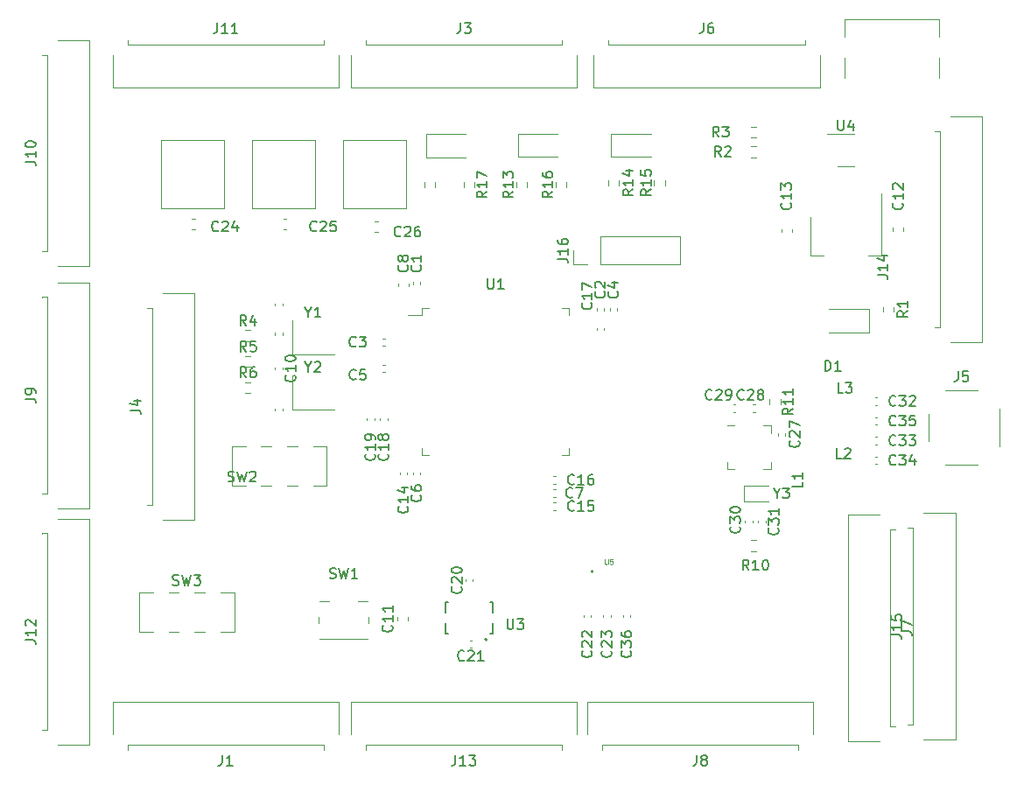
<source format=gbr>
%TF.GenerationSoftware,KiCad,Pcbnew,7.0.7*%
%TF.CreationDate,2023-09-06T20:36:42+03:00*%
%TF.ProjectId,apollo,61706f6c-6c6f-42e6-9b69-6361645f7063,rev?*%
%TF.SameCoordinates,Original*%
%TF.FileFunction,Legend,Top*%
%TF.FilePolarity,Positive*%
%FSLAX46Y46*%
G04 Gerber Fmt 4.6, Leading zero omitted, Abs format (unit mm)*
G04 Created by KiCad (PCBNEW 7.0.7) date 2023-09-06 20:36:42*
%MOMM*%
%LPD*%
G01*
G04 APERTURE LIST*
%ADD10C,0.150000*%
%ADD11C,0.120000*%
%ADD12C,0.100000*%
%ADD13C,0.127000*%
%ADD14C,0.200000*%
G04 APERTURE END LIST*
D10*
X186169580Y-108000357D02*
X186217200Y-108047976D01*
X186217200Y-108047976D02*
X186264819Y-108190833D01*
X186264819Y-108190833D02*
X186264819Y-108286071D01*
X186264819Y-108286071D02*
X186217200Y-108428928D01*
X186217200Y-108428928D02*
X186121961Y-108524166D01*
X186121961Y-108524166D02*
X186026723Y-108571785D01*
X186026723Y-108571785D02*
X185836247Y-108619404D01*
X185836247Y-108619404D02*
X185693390Y-108619404D01*
X185693390Y-108619404D02*
X185502914Y-108571785D01*
X185502914Y-108571785D02*
X185407676Y-108524166D01*
X185407676Y-108524166D02*
X185312438Y-108428928D01*
X185312438Y-108428928D02*
X185264819Y-108286071D01*
X185264819Y-108286071D02*
X185264819Y-108190833D01*
X185264819Y-108190833D02*
X185312438Y-108047976D01*
X185312438Y-108047976D02*
X185360057Y-108000357D01*
X185264819Y-107667023D02*
X185264819Y-107047976D01*
X185264819Y-107047976D02*
X185645771Y-107381309D01*
X185645771Y-107381309D02*
X185645771Y-107238452D01*
X185645771Y-107238452D02*
X185693390Y-107143214D01*
X185693390Y-107143214D02*
X185741009Y-107095595D01*
X185741009Y-107095595D02*
X185836247Y-107047976D01*
X185836247Y-107047976D02*
X186074342Y-107047976D01*
X186074342Y-107047976D02*
X186169580Y-107095595D01*
X186169580Y-107095595D02*
X186217200Y-107143214D01*
X186217200Y-107143214D02*
X186264819Y-107238452D01*
X186264819Y-107238452D02*
X186264819Y-107524166D01*
X186264819Y-107524166D02*
X186217200Y-107619404D01*
X186217200Y-107619404D02*
X186169580Y-107667023D01*
X185264819Y-106428928D02*
X185264819Y-106333690D01*
X185264819Y-106333690D02*
X185312438Y-106238452D01*
X185312438Y-106238452D02*
X185360057Y-106190833D01*
X185360057Y-106190833D02*
X185455295Y-106143214D01*
X185455295Y-106143214D02*
X185645771Y-106095595D01*
X185645771Y-106095595D02*
X185883866Y-106095595D01*
X185883866Y-106095595D02*
X186074342Y-106143214D01*
X186074342Y-106143214D02*
X186169580Y-106190833D01*
X186169580Y-106190833D02*
X186217200Y-106238452D01*
X186217200Y-106238452D02*
X186264819Y-106333690D01*
X186264819Y-106333690D02*
X186264819Y-106428928D01*
X186264819Y-106428928D02*
X186217200Y-106524166D01*
X186217200Y-106524166D02*
X186169580Y-106571785D01*
X186169580Y-106571785D02*
X186074342Y-106619404D01*
X186074342Y-106619404D02*
X185883866Y-106667023D01*
X185883866Y-106667023D02*
X185645771Y-106667023D01*
X185645771Y-106667023D02*
X185455295Y-106619404D01*
X185455295Y-106619404D02*
X185360057Y-106571785D01*
X185360057Y-106571785D02*
X185312438Y-106524166D01*
X185312438Y-106524166D02*
X185264819Y-106428928D01*
X189869580Y-108155357D02*
X189917200Y-108202976D01*
X189917200Y-108202976D02*
X189964819Y-108345833D01*
X189964819Y-108345833D02*
X189964819Y-108441071D01*
X189964819Y-108441071D02*
X189917200Y-108583928D01*
X189917200Y-108583928D02*
X189821961Y-108679166D01*
X189821961Y-108679166D02*
X189726723Y-108726785D01*
X189726723Y-108726785D02*
X189536247Y-108774404D01*
X189536247Y-108774404D02*
X189393390Y-108774404D01*
X189393390Y-108774404D02*
X189202914Y-108726785D01*
X189202914Y-108726785D02*
X189107676Y-108679166D01*
X189107676Y-108679166D02*
X189012438Y-108583928D01*
X189012438Y-108583928D02*
X188964819Y-108441071D01*
X188964819Y-108441071D02*
X188964819Y-108345833D01*
X188964819Y-108345833D02*
X189012438Y-108202976D01*
X189012438Y-108202976D02*
X189060057Y-108155357D01*
X188964819Y-107822023D02*
X188964819Y-107202976D01*
X188964819Y-107202976D02*
X189345771Y-107536309D01*
X189345771Y-107536309D02*
X189345771Y-107393452D01*
X189345771Y-107393452D02*
X189393390Y-107298214D01*
X189393390Y-107298214D02*
X189441009Y-107250595D01*
X189441009Y-107250595D02*
X189536247Y-107202976D01*
X189536247Y-107202976D02*
X189774342Y-107202976D01*
X189774342Y-107202976D02*
X189869580Y-107250595D01*
X189869580Y-107250595D02*
X189917200Y-107298214D01*
X189917200Y-107298214D02*
X189964819Y-107393452D01*
X189964819Y-107393452D02*
X189964819Y-107679166D01*
X189964819Y-107679166D02*
X189917200Y-107774404D01*
X189917200Y-107774404D02*
X189869580Y-107822023D01*
X189964819Y-106250595D02*
X189964819Y-106822023D01*
X189964819Y-106536309D02*
X188964819Y-106536309D01*
X188964819Y-106536309D02*
X189107676Y-106631547D01*
X189107676Y-106631547D02*
X189202914Y-106726785D01*
X189202914Y-106726785D02*
X189250533Y-106822023D01*
X117069819Y-95638333D02*
X117784104Y-95638333D01*
X117784104Y-95638333D02*
X117926961Y-95685952D01*
X117926961Y-95685952D02*
X118022200Y-95781190D01*
X118022200Y-95781190D02*
X118069819Y-95924047D01*
X118069819Y-95924047D02*
X118069819Y-96019285D01*
X118069819Y-95114523D02*
X118069819Y-94924047D01*
X118069819Y-94924047D02*
X118022200Y-94828809D01*
X118022200Y-94828809D02*
X117974580Y-94781190D01*
X117974580Y-94781190D02*
X117831723Y-94685952D01*
X117831723Y-94685952D02*
X117641247Y-94638333D01*
X117641247Y-94638333D02*
X117260295Y-94638333D01*
X117260295Y-94638333D02*
X117165057Y-94685952D01*
X117165057Y-94685952D02*
X117117438Y-94733571D01*
X117117438Y-94733571D02*
X117069819Y-94828809D01*
X117069819Y-94828809D02*
X117069819Y-95019285D01*
X117069819Y-95019285D02*
X117117438Y-95114523D01*
X117117438Y-95114523D02*
X117165057Y-95162142D01*
X117165057Y-95162142D02*
X117260295Y-95209761D01*
X117260295Y-95209761D02*
X117498390Y-95209761D01*
X117498390Y-95209761D02*
X117593628Y-95162142D01*
X117593628Y-95162142D02*
X117641247Y-95114523D01*
X117641247Y-95114523D02*
X117688866Y-95019285D01*
X117688866Y-95019285D02*
X117688866Y-94828809D01*
X117688866Y-94828809D02*
X117641247Y-94733571D01*
X117641247Y-94733571D02*
X117593628Y-94685952D01*
X117593628Y-94685952D02*
X117498390Y-94638333D01*
X168574819Y-82089523D02*
X169289104Y-82089523D01*
X169289104Y-82089523D02*
X169431961Y-82137142D01*
X169431961Y-82137142D02*
X169527200Y-82232380D01*
X169527200Y-82232380D02*
X169574819Y-82375237D01*
X169574819Y-82375237D02*
X169574819Y-82470475D01*
X169574819Y-81089523D02*
X169574819Y-81660951D01*
X169574819Y-81375237D02*
X168574819Y-81375237D01*
X168574819Y-81375237D02*
X168717676Y-81470475D01*
X168717676Y-81470475D02*
X168812914Y-81565713D01*
X168812914Y-81565713D02*
X168860533Y-81660951D01*
X168574819Y-80232380D02*
X168574819Y-80422856D01*
X168574819Y-80422856D02*
X168622438Y-80518094D01*
X168622438Y-80518094D02*
X168670057Y-80565713D01*
X168670057Y-80565713D02*
X168812914Y-80660951D01*
X168812914Y-80660951D02*
X169003390Y-80708570D01*
X169003390Y-80708570D02*
X169384342Y-80708570D01*
X169384342Y-80708570D02*
X169479580Y-80660951D01*
X169479580Y-80660951D02*
X169527200Y-80613332D01*
X169527200Y-80613332D02*
X169574819Y-80518094D01*
X169574819Y-80518094D02*
X169574819Y-80327618D01*
X169574819Y-80327618D02*
X169527200Y-80232380D01*
X169527200Y-80232380D02*
X169479580Y-80184761D01*
X169479580Y-80184761D02*
X169384342Y-80137142D01*
X169384342Y-80137142D02*
X169146247Y-80137142D01*
X169146247Y-80137142D02*
X169051009Y-80184761D01*
X169051009Y-80184761D02*
X169003390Y-80232380D01*
X169003390Y-80232380D02*
X168955771Y-80327618D01*
X168955771Y-80327618D02*
X168955771Y-80518094D01*
X168955771Y-80518094D02*
X169003390Y-80613332D01*
X169003390Y-80613332D02*
X169051009Y-80660951D01*
X169051009Y-80660951D02*
X169146247Y-80708570D01*
X177619819Y-75382857D02*
X177143628Y-75716190D01*
X177619819Y-75954285D02*
X176619819Y-75954285D01*
X176619819Y-75954285D02*
X176619819Y-75573333D01*
X176619819Y-75573333D02*
X176667438Y-75478095D01*
X176667438Y-75478095D02*
X176715057Y-75430476D01*
X176715057Y-75430476D02*
X176810295Y-75382857D01*
X176810295Y-75382857D02*
X176953152Y-75382857D01*
X176953152Y-75382857D02*
X177048390Y-75430476D01*
X177048390Y-75430476D02*
X177096009Y-75478095D01*
X177096009Y-75478095D02*
X177143628Y-75573333D01*
X177143628Y-75573333D02*
X177143628Y-75954285D01*
X177619819Y-74430476D02*
X177619819Y-75001904D01*
X177619819Y-74716190D02*
X176619819Y-74716190D01*
X176619819Y-74716190D02*
X176762676Y-74811428D01*
X176762676Y-74811428D02*
X176857914Y-74906666D01*
X176857914Y-74906666D02*
X176905533Y-75001904D01*
X176619819Y-73525714D02*
X176619819Y-74001904D01*
X176619819Y-74001904D02*
X177096009Y-74049523D01*
X177096009Y-74049523D02*
X177048390Y-74001904D01*
X177048390Y-74001904D02*
X177000771Y-73906666D01*
X177000771Y-73906666D02*
X177000771Y-73668571D01*
X177000771Y-73668571D02*
X177048390Y-73573333D01*
X177048390Y-73573333D02*
X177096009Y-73525714D01*
X177096009Y-73525714D02*
X177191247Y-73478095D01*
X177191247Y-73478095D02*
X177429342Y-73478095D01*
X177429342Y-73478095D02*
X177524580Y-73525714D01*
X177524580Y-73525714D02*
X177572200Y-73573333D01*
X177572200Y-73573333D02*
X177619819Y-73668571D01*
X177619819Y-73668571D02*
X177619819Y-73906666D01*
X177619819Y-73906666D02*
X177572200Y-74001904D01*
X177572200Y-74001904D02*
X177524580Y-74049523D01*
X143124580Y-93352857D02*
X143172200Y-93400476D01*
X143172200Y-93400476D02*
X143219819Y-93543333D01*
X143219819Y-93543333D02*
X143219819Y-93638571D01*
X143219819Y-93638571D02*
X143172200Y-93781428D01*
X143172200Y-93781428D02*
X143076961Y-93876666D01*
X143076961Y-93876666D02*
X142981723Y-93924285D01*
X142981723Y-93924285D02*
X142791247Y-93971904D01*
X142791247Y-93971904D02*
X142648390Y-93971904D01*
X142648390Y-93971904D02*
X142457914Y-93924285D01*
X142457914Y-93924285D02*
X142362676Y-93876666D01*
X142362676Y-93876666D02*
X142267438Y-93781428D01*
X142267438Y-93781428D02*
X142219819Y-93638571D01*
X142219819Y-93638571D02*
X142219819Y-93543333D01*
X142219819Y-93543333D02*
X142267438Y-93400476D01*
X142267438Y-93400476D02*
X142315057Y-93352857D01*
X143219819Y-92400476D02*
X143219819Y-92971904D01*
X143219819Y-92686190D02*
X142219819Y-92686190D01*
X142219819Y-92686190D02*
X142362676Y-92781428D01*
X142362676Y-92781428D02*
X142457914Y-92876666D01*
X142457914Y-92876666D02*
X142505533Y-92971904D01*
X142219819Y-91781428D02*
X142219819Y-91686190D01*
X142219819Y-91686190D02*
X142267438Y-91590952D01*
X142267438Y-91590952D02*
X142315057Y-91543333D01*
X142315057Y-91543333D02*
X142410295Y-91495714D01*
X142410295Y-91495714D02*
X142600771Y-91448095D01*
X142600771Y-91448095D02*
X142838866Y-91448095D01*
X142838866Y-91448095D02*
X143029342Y-91495714D01*
X143029342Y-91495714D02*
X143124580Y-91543333D01*
X143124580Y-91543333D02*
X143172200Y-91590952D01*
X143172200Y-91590952D02*
X143219819Y-91686190D01*
X143219819Y-91686190D02*
X143219819Y-91781428D01*
X143219819Y-91781428D02*
X143172200Y-91876666D01*
X143172200Y-91876666D02*
X143124580Y-91924285D01*
X143124580Y-91924285D02*
X143029342Y-91971904D01*
X143029342Y-91971904D02*
X142838866Y-92019523D01*
X142838866Y-92019523D02*
X142600771Y-92019523D01*
X142600771Y-92019523D02*
X142410295Y-91971904D01*
X142410295Y-91971904D02*
X142315057Y-91924285D01*
X142315057Y-91924285D02*
X142267438Y-91876666D01*
X142267438Y-91876666D02*
X142219819Y-91781428D01*
X191090080Y-76702857D02*
X191137700Y-76750476D01*
X191137700Y-76750476D02*
X191185319Y-76893333D01*
X191185319Y-76893333D02*
X191185319Y-76988571D01*
X191185319Y-76988571D02*
X191137700Y-77131428D01*
X191137700Y-77131428D02*
X191042461Y-77226666D01*
X191042461Y-77226666D02*
X190947223Y-77274285D01*
X190947223Y-77274285D02*
X190756747Y-77321904D01*
X190756747Y-77321904D02*
X190613890Y-77321904D01*
X190613890Y-77321904D02*
X190423414Y-77274285D01*
X190423414Y-77274285D02*
X190328176Y-77226666D01*
X190328176Y-77226666D02*
X190232938Y-77131428D01*
X190232938Y-77131428D02*
X190185319Y-76988571D01*
X190185319Y-76988571D02*
X190185319Y-76893333D01*
X190185319Y-76893333D02*
X190232938Y-76750476D01*
X190232938Y-76750476D02*
X190280557Y-76702857D01*
X191185319Y-75750476D02*
X191185319Y-76321904D01*
X191185319Y-76036190D02*
X190185319Y-76036190D01*
X190185319Y-76036190D02*
X190328176Y-76131428D01*
X190328176Y-76131428D02*
X190423414Y-76226666D01*
X190423414Y-76226666D02*
X190471033Y-76321904D01*
X190185319Y-75417142D02*
X190185319Y-74798095D01*
X190185319Y-74798095D02*
X190566271Y-75131428D01*
X190566271Y-75131428D02*
X190566271Y-74988571D01*
X190566271Y-74988571D02*
X190613890Y-74893333D01*
X190613890Y-74893333D02*
X190661509Y-74845714D01*
X190661509Y-74845714D02*
X190756747Y-74798095D01*
X190756747Y-74798095D02*
X190994842Y-74798095D01*
X190994842Y-74798095D02*
X191090080Y-74845714D01*
X191090080Y-74845714D02*
X191137700Y-74893333D01*
X191137700Y-74893333D02*
X191185319Y-74988571D01*
X191185319Y-74988571D02*
X191185319Y-75274285D01*
X191185319Y-75274285D02*
X191137700Y-75369523D01*
X191137700Y-75369523D02*
X191090080Y-75417142D01*
X170172142Y-106404580D02*
X170124523Y-106452200D01*
X170124523Y-106452200D02*
X169981666Y-106499819D01*
X169981666Y-106499819D02*
X169886428Y-106499819D01*
X169886428Y-106499819D02*
X169743571Y-106452200D01*
X169743571Y-106452200D02*
X169648333Y-106356961D01*
X169648333Y-106356961D02*
X169600714Y-106261723D01*
X169600714Y-106261723D02*
X169553095Y-106071247D01*
X169553095Y-106071247D02*
X169553095Y-105928390D01*
X169553095Y-105928390D02*
X169600714Y-105737914D01*
X169600714Y-105737914D02*
X169648333Y-105642676D01*
X169648333Y-105642676D02*
X169743571Y-105547438D01*
X169743571Y-105547438D02*
X169886428Y-105499819D01*
X169886428Y-105499819D02*
X169981666Y-105499819D01*
X169981666Y-105499819D02*
X170124523Y-105547438D01*
X170124523Y-105547438D02*
X170172142Y-105595057D01*
X171124523Y-106499819D02*
X170553095Y-106499819D01*
X170838809Y-106499819D02*
X170838809Y-105499819D01*
X170838809Y-105499819D02*
X170743571Y-105642676D01*
X170743571Y-105642676D02*
X170648333Y-105737914D01*
X170648333Y-105737914D02*
X170553095Y-105785533D01*
X172029285Y-105499819D02*
X171553095Y-105499819D01*
X171553095Y-105499819D02*
X171505476Y-105976009D01*
X171505476Y-105976009D02*
X171553095Y-105928390D01*
X171553095Y-105928390D02*
X171648333Y-105880771D01*
X171648333Y-105880771D02*
X171886428Y-105880771D01*
X171886428Y-105880771D02*
X171981666Y-105928390D01*
X171981666Y-105928390D02*
X172029285Y-105976009D01*
X172029285Y-105976009D02*
X172076904Y-106071247D01*
X172076904Y-106071247D02*
X172076904Y-106309342D01*
X172076904Y-106309342D02*
X172029285Y-106404580D01*
X172029285Y-106404580D02*
X171981666Y-106452200D01*
X171981666Y-106452200D02*
X171886428Y-106499819D01*
X171886428Y-106499819D02*
X171648333Y-106499819D01*
X171648333Y-106499819D02*
X171553095Y-106452200D01*
X171553095Y-106452200D02*
X171505476Y-106404580D01*
X135660476Y-59284819D02*
X135660476Y-59999104D01*
X135660476Y-59999104D02*
X135612857Y-60141961D01*
X135612857Y-60141961D02*
X135517619Y-60237200D01*
X135517619Y-60237200D02*
X135374762Y-60284819D01*
X135374762Y-60284819D02*
X135279524Y-60284819D01*
X136660476Y-60284819D02*
X136089048Y-60284819D01*
X136374762Y-60284819D02*
X136374762Y-59284819D01*
X136374762Y-59284819D02*
X136279524Y-59427676D01*
X136279524Y-59427676D02*
X136184286Y-59522914D01*
X136184286Y-59522914D02*
X136089048Y-59570533D01*
X137612857Y-60284819D02*
X137041429Y-60284819D01*
X137327143Y-60284819D02*
X137327143Y-59284819D01*
X137327143Y-59284819D02*
X137231905Y-59427676D01*
X137231905Y-59427676D02*
X137136667Y-59522914D01*
X137136667Y-59522914D02*
X137041429Y-59570533D01*
X189778809Y-104796128D02*
X189778809Y-105272319D01*
X189445476Y-104272319D02*
X189778809Y-104796128D01*
X189778809Y-104796128D02*
X190112142Y-104272319D01*
X190350238Y-104272319D02*
X190969285Y-104272319D01*
X190969285Y-104272319D02*
X190635952Y-104653271D01*
X190635952Y-104653271D02*
X190778809Y-104653271D01*
X190778809Y-104653271D02*
X190874047Y-104700890D01*
X190874047Y-104700890D02*
X190921666Y-104748509D01*
X190921666Y-104748509D02*
X190969285Y-104843747D01*
X190969285Y-104843747D02*
X190969285Y-105081842D01*
X190969285Y-105081842D02*
X190921666Y-105177080D01*
X190921666Y-105177080D02*
X190874047Y-105224700D01*
X190874047Y-105224700D02*
X190778809Y-105272319D01*
X190778809Y-105272319D02*
X190493095Y-105272319D01*
X190493095Y-105272319D02*
X190397857Y-105224700D01*
X190397857Y-105224700D02*
X190350238Y-105177080D01*
X200834819Y-118449523D02*
X201549104Y-118449523D01*
X201549104Y-118449523D02*
X201691961Y-118497142D01*
X201691961Y-118497142D02*
X201787200Y-118592380D01*
X201787200Y-118592380D02*
X201834819Y-118735237D01*
X201834819Y-118735237D02*
X201834819Y-118830475D01*
X201834819Y-117449523D02*
X201834819Y-118020951D01*
X201834819Y-117735237D02*
X200834819Y-117735237D01*
X200834819Y-117735237D02*
X200977676Y-117830475D01*
X200977676Y-117830475D02*
X201072914Y-117925713D01*
X201072914Y-117925713D02*
X201120533Y-118020951D01*
X200834819Y-116544761D02*
X200834819Y-117020951D01*
X200834819Y-117020951D02*
X201311009Y-117068570D01*
X201311009Y-117068570D02*
X201263390Y-117020951D01*
X201263390Y-117020951D02*
X201215771Y-116925713D01*
X201215771Y-116925713D02*
X201215771Y-116687618D01*
X201215771Y-116687618D02*
X201263390Y-116592380D01*
X201263390Y-116592380D02*
X201311009Y-116544761D01*
X201311009Y-116544761D02*
X201406247Y-116497142D01*
X201406247Y-116497142D02*
X201644342Y-116497142D01*
X201644342Y-116497142D02*
X201739580Y-116544761D01*
X201739580Y-116544761D02*
X201787200Y-116592380D01*
X201787200Y-116592380D02*
X201834819Y-116687618D01*
X201834819Y-116687618D02*
X201834819Y-116925713D01*
X201834819Y-116925713D02*
X201787200Y-117020951D01*
X201787200Y-117020951D02*
X201739580Y-117068570D01*
X153408142Y-79861580D02*
X153360523Y-79909200D01*
X153360523Y-79909200D02*
X153217666Y-79956819D01*
X153217666Y-79956819D02*
X153122428Y-79956819D01*
X153122428Y-79956819D02*
X152979571Y-79909200D01*
X152979571Y-79909200D02*
X152884333Y-79813961D01*
X152884333Y-79813961D02*
X152836714Y-79718723D01*
X152836714Y-79718723D02*
X152789095Y-79528247D01*
X152789095Y-79528247D02*
X152789095Y-79385390D01*
X152789095Y-79385390D02*
X152836714Y-79194914D01*
X152836714Y-79194914D02*
X152884333Y-79099676D01*
X152884333Y-79099676D02*
X152979571Y-79004438D01*
X152979571Y-79004438D02*
X153122428Y-78956819D01*
X153122428Y-78956819D02*
X153217666Y-78956819D01*
X153217666Y-78956819D02*
X153360523Y-79004438D01*
X153360523Y-79004438D02*
X153408142Y-79052057D01*
X153789095Y-79052057D02*
X153836714Y-79004438D01*
X153836714Y-79004438D02*
X153931952Y-78956819D01*
X153931952Y-78956819D02*
X154170047Y-78956819D01*
X154170047Y-78956819D02*
X154265285Y-79004438D01*
X154265285Y-79004438D02*
X154312904Y-79052057D01*
X154312904Y-79052057D02*
X154360523Y-79147295D01*
X154360523Y-79147295D02*
X154360523Y-79242533D01*
X154360523Y-79242533D02*
X154312904Y-79385390D01*
X154312904Y-79385390D02*
X153741476Y-79956819D01*
X153741476Y-79956819D02*
X154360523Y-79956819D01*
X155217666Y-78956819D02*
X155027190Y-78956819D01*
X155027190Y-78956819D02*
X154931952Y-79004438D01*
X154931952Y-79004438D02*
X154884333Y-79052057D01*
X154884333Y-79052057D02*
X154789095Y-79194914D01*
X154789095Y-79194914D02*
X154741476Y-79385390D01*
X154741476Y-79385390D02*
X154741476Y-79766342D01*
X154741476Y-79766342D02*
X154789095Y-79861580D01*
X154789095Y-79861580D02*
X154836714Y-79909200D01*
X154836714Y-79909200D02*
X154931952Y-79956819D01*
X154931952Y-79956819D02*
X155122428Y-79956819D01*
X155122428Y-79956819D02*
X155217666Y-79909200D01*
X155217666Y-79909200D02*
X155265285Y-79861580D01*
X155265285Y-79861580D02*
X155312904Y-79766342D01*
X155312904Y-79766342D02*
X155312904Y-79528247D01*
X155312904Y-79528247D02*
X155265285Y-79433009D01*
X155265285Y-79433009D02*
X155217666Y-79385390D01*
X155217666Y-79385390D02*
X155122428Y-79337771D01*
X155122428Y-79337771D02*
X154931952Y-79337771D01*
X154931952Y-79337771D02*
X154836714Y-79385390D01*
X154836714Y-79385390D02*
X154789095Y-79433009D01*
X154789095Y-79433009D02*
X154741476Y-79528247D01*
X207311666Y-92979819D02*
X207311666Y-93694104D01*
X207311666Y-93694104D02*
X207264047Y-93836961D01*
X207264047Y-93836961D02*
X207168809Y-93932200D01*
X207168809Y-93932200D02*
X207025952Y-93979819D01*
X207025952Y-93979819D02*
X206930714Y-93979819D01*
X208264047Y-92979819D02*
X207787857Y-92979819D01*
X207787857Y-92979819D02*
X207740238Y-93456009D01*
X207740238Y-93456009D02*
X207787857Y-93408390D01*
X207787857Y-93408390D02*
X207883095Y-93360771D01*
X207883095Y-93360771D02*
X208121190Y-93360771D01*
X208121190Y-93360771D02*
X208216428Y-93408390D01*
X208216428Y-93408390D02*
X208264047Y-93456009D01*
X208264047Y-93456009D02*
X208311666Y-93551247D01*
X208311666Y-93551247D02*
X208311666Y-93789342D01*
X208311666Y-93789342D02*
X208264047Y-93884580D01*
X208264047Y-93884580D02*
X208216428Y-93932200D01*
X208216428Y-93932200D02*
X208121190Y-93979819D01*
X208121190Y-93979819D02*
X207883095Y-93979819D01*
X207883095Y-93979819D02*
X207787857Y-93932200D01*
X207787857Y-93932200D02*
X207740238Y-93884580D01*
X158695476Y-130124819D02*
X158695476Y-130839104D01*
X158695476Y-130839104D02*
X158647857Y-130981961D01*
X158647857Y-130981961D02*
X158552619Y-131077200D01*
X158552619Y-131077200D02*
X158409762Y-131124819D01*
X158409762Y-131124819D02*
X158314524Y-131124819D01*
X159695476Y-131124819D02*
X159124048Y-131124819D01*
X159409762Y-131124819D02*
X159409762Y-130124819D01*
X159409762Y-130124819D02*
X159314524Y-130267676D01*
X159314524Y-130267676D02*
X159219286Y-130362914D01*
X159219286Y-130362914D02*
X159124048Y-130410533D01*
X160028810Y-130124819D02*
X160647857Y-130124819D01*
X160647857Y-130124819D02*
X160314524Y-130505771D01*
X160314524Y-130505771D02*
X160457381Y-130505771D01*
X160457381Y-130505771D02*
X160552619Y-130553390D01*
X160552619Y-130553390D02*
X160600238Y-130601009D01*
X160600238Y-130601009D02*
X160647857Y-130696247D01*
X160647857Y-130696247D02*
X160647857Y-130934342D01*
X160647857Y-130934342D02*
X160600238Y-131029580D01*
X160600238Y-131029580D02*
X160552619Y-131077200D01*
X160552619Y-131077200D02*
X160457381Y-131124819D01*
X160457381Y-131124819D02*
X160171667Y-131124819D01*
X160171667Y-131124819D02*
X160076429Y-131077200D01*
X160076429Y-131077200D02*
X160028810Y-131029580D01*
X136706917Y-103617950D02*
X136849774Y-103665569D01*
X136849774Y-103665569D02*
X137087869Y-103665569D01*
X137087869Y-103665569D02*
X137183107Y-103617950D01*
X137183107Y-103617950D02*
X137230726Y-103570330D01*
X137230726Y-103570330D02*
X137278345Y-103475092D01*
X137278345Y-103475092D02*
X137278345Y-103379854D01*
X137278345Y-103379854D02*
X137230726Y-103284616D01*
X137230726Y-103284616D02*
X137183107Y-103236997D01*
X137183107Y-103236997D02*
X137087869Y-103189378D01*
X137087869Y-103189378D02*
X136897393Y-103141759D01*
X136897393Y-103141759D02*
X136802155Y-103094140D01*
X136802155Y-103094140D02*
X136754536Y-103046521D01*
X136754536Y-103046521D02*
X136706917Y-102951283D01*
X136706917Y-102951283D02*
X136706917Y-102856045D01*
X136706917Y-102856045D02*
X136754536Y-102760807D01*
X136754536Y-102760807D02*
X136802155Y-102713188D01*
X136802155Y-102713188D02*
X136897393Y-102665569D01*
X136897393Y-102665569D02*
X137135488Y-102665569D01*
X137135488Y-102665569D02*
X137278345Y-102713188D01*
X137611679Y-102665569D02*
X137849774Y-103665569D01*
X137849774Y-103665569D02*
X138040250Y-102951283D01*
X138040250Y-102951283D02*
X138230726Y-103665569D01*
X138230726Y-103665569D02*
X138468822Y-102665569D01*
X138802155Y-102760807D02*
X138849774Y-102713188D01*
X138849774Y-102713188D02*
X138945012Y-102665569D01*
X138945012Y-102665569D02*
X139183107Y-102665569D01*
X139183107Y-102665569D02*
X139278345Y-102713188D01*
X139278345Y-102713188D02*
X139325964Y-102760807D01*
X139325964Y-102760807D02*
X139373583Y-102856045D01*
X139373583Y-102856045D02*
X139373583Y-102951283D01*
X139373583Y-102951283D02*
X139325964Y-103094140D01*
X139325964Y-103094140D02*
X138754536Y-103665569D01*
X138754536Y-103665569D02*
X139373583Y-103665569D01*
X201287142Y-100054580D02*
X201239523Y-100102200D01*
X201239523Y-100102200D02*
X201096666Y-100149819D01*
X201096666Y-100149819D02*
X201001428Y-100149819D01*
X201001428Y-100149819D02*
X200858571Y-100102200D01*
X200858571Y-100102200D02*
X200763333Y-100006961D01*
X200763333Y-100006961D02*
X200715714Y-99911723D01*
X200715714Y-99911723D02*
X200668095Y-99721247D01*
X200668095Y-99721247D02*
X200668095Y-99578390D01*
X200668095Y-99578390D02*
X200715714Y-99387914D01*
X200715714Y-99387914D02*
X200763333Y-99292676D01*
X200763333Y-99292676D02*
X200858571Y-99197438D01*
X200858571Y-99197438D02*
X201001428Y-99149819D01*
X201001428Y-99149819D02*
X201096666Y-99149819D01*
X201096666Y-99149819D02*
X201239523Y-99197438D01*
X201239523Y-99197438D02*
X201287142Y-99245057D01*
X201620476Y-99149819D02*
X202239523Y-99149819D01*
X202239523Y-99149819D02*
X201906190Y-99530771D01*
X201906190Y-99530771D02*
X202049047Y-99530771D01*
X202049047Y-99530771D02*
X202144285Y-99578390D01*
X202144285Y-99578390D02*
X202191904Y-99626009D01*
X202191904Y-99626009D02*
X202239523Y-99721247D01*
X202239523Y-99721247D02*
X202239523Y-99959342D01*
X202239523Y-99959342D02*
X202191904Y-100054580D01*
X202191904Y-100054580D02*
X202144285Y-100102200D01*
X202144285Y-100102200D02*
X202049047Y-100149819D01*
X202049047Y-100149819D02*
X201763333Y-100149819D01*
X201763333Y-100149819D02*
X201668095Y-100102200D01*
X201668095Y-100102200D02*
X201620476Y-100054580D01*
X202572857Y-99149819D02*
X203191904Y-99149819D01*
X203191904Y-99149819D02*
X202858571Y-99530771D01*
X202858571Y-99530771D02*
X203001428Y-99530771D01*
X203001428Y-99530771D02*
X203096666Y-99578390D01*
X203096666Y-99578390D02*
X203144285Y-99626009D01*
X203144285Y-99626009D02*
X203191904Y-99721247D01*
X203191904Y-99721247D02*
X203191904Y-99959342D01*
X203191904Y-99959342D02*
X203144285Y-100054580D01*
X203144285Y-100054580D02*
X203096666Y-100102200D01*
X203096666Y-100102200D02*
X203001428Y-100149819D01*
X203001428Y-100149819D02*
X202715714Y-100149819D01*
X202715714Y-100149819D02*
X202620476Y-100102200D01*
X202620476Y-100102200D02*
X202572857Y-100054580D01*
X161744819Y-75572857D02*
X161268628Y-75906190D01*
X161744819Y-76144285D02*
X160744819Y-76144285D01*
X160744819Y-76144285D02*
X160744819Y-75763333D01*
X160744819Y-75763333D02*
X160792438Y-75668095D01*
X160792438Y-75668095D02*
X160840057Y-75620476D01*
X160840057Y-75620476D02*
X160935295Y-75572857D01*
X160935295Y-75572857D02*
X161078152Y-75572857D01*
X161078152Y-75572857D02*
X161173390Y-75620476D01*
X161173390Y-75620476D02*
X161221009Y-75668095D01*
X161221009Y-75668095D02*
X161268628Y-75763333D01*
X161268628Y-75763333D02*
X161268628Y-76144285D01*
X161744819Y-74620476D02*
X161744819Y-75191904D01*
X161744819Y-74906190D02*
X160744819Y-74906190D01*
X160744819Y-74906190D02*
X160887676Y-75001428D01*
X160887676Y-75001428D02*
X160982914Y-75096666D01*
X160982914Y-75096666D02*
X161030533Y-75191904D01*
X160744819Y-74287142D02*
X160744819Y-73620476D01*
X160744819Y-73620476D02*
X161744819Y-74049047D01*
X164284819Y-75572857D02*
X163808628Y-75906190D01*
X164284819Y-76144285D02*
X163284819Y-76144285D01*
X163284819Y-76144285D02*
X163284819Y-75763333D01*
X163284819Y-75763333D02*
X163332438Y-75668095D01*
X163332438Y-75668095D02*
X163380057Y-75620476D01*
X163380057Y-75620476D02*
X163475295Y-75572857D01*
X163475295Y-75572857D02*
X163618152Y-75572857D01*
X163618152Y-75572857D02*
X163713390Y-75620476D01*
X163713390Y-75620476D02*
X163761009Y-75668095D01*
X163761009Y-75668095D02*
X163808628Y-75763333D01*
X163808628Y-75763333D02*
X163808628Y-76144285D01*
X164284819Y-74620476D02*
X164284819Y-75191904D01*
X164284819Y-74906190D02*
X163284819Y-74906190D01*
X163284819Y-74906190D02*
X163427676Y-75001428D01*
X163427676Y-75001428D02*
X163522914Y-75096666D01*
X163522914Y-75096666D02*
X163570533Y-75191904D01*
X163284819Y-74287142D02*
X163284819Y-73668095D01*
X163284819Y-73668095D02*
X163665771Y-74001428D01*
X163665771Y-74001428D02*
X163665771Y-73858571D01*
X163665771Y-73858571D02*
X163713390Y-73763333D01*
X163713390Y-73763333D02*
X163761009Y-73715714D01*
X163761009Y-73715714D02*
X163856247Y-73668095D01*
X163856247Y-73668095D02*
X164094342Y-73668095D01*
X164094342Y-73668095D02*
X164189580Y-73715714D01*
X164189580Y-73715714D02*
X164237200Y-73763333D01*
X164237200Y-73763333D02*
X164284819Y-73858571D01*
X164284819Y-73858571D02*
X164284819Y-74144285D01*
X164284819Y-74144285D02*
X164237200Y-74239523D01*
X164237200Y-74239523D02*
X164189580Y-74287142D01*
X159219580Y-113827857D02*
X159267200Y-113875476D01*
X159267200Y-113875476D02*
X159314819Y-114018333D01*
X159314819Y-114018333D02*
X159314819Y-114113571D01*
X159314819Y-114113571D02*
X159267200Y-114256428D01*
X159267200Y-114256428D02*
X159171961Y-114351666D01*
X159171961Y-114351666D02*
X159076723Y-114399285D01*
X159076723Y-114399285D02*
X158886247Y-114446904D01*
X158886247Y-114446904D02*
X158743390Y-114446904D01*
X158743390Y-114446904D02*
X158552914Y-114399285D01*
X158552914Y-114399285D02*
X158457676Y-114351666D01*
X158457676Y-114351666D02*
X158362438Y-114256428D01*
X158362438Y-114256428D02*
X158314819Y-114113571D01*
X158314819Y-114113571D02*
X158314819Y-114018333D01*
X158314819Y-114018333D02*
X158362438Y-113875476D01*
X158362438Y-113875476D02*
X158410057Y-113827857D01*
X158410057Y-113446904D02*
X158362438Y-113399285D01*
X158362438Y-113399285D02*
X158314819Y-113304047D01*
X158314819Y-113304047D02*
X158314819Y-113065952D01*
X158314819Y-113065952D02*
X158362438Y-112970714D01*
X158362438Y-112970714D02*
X158410057Y-112923095D01*
X158410057Y-112923095D02*
X158505295Y-112875476D01*
X158505295Y-112875476D02*
X158600533Y-112875476D01*
X158600533Y-112875476D02*
X158743390Y-112923095D01*
X158743390Y-112923095D02*
X159314819Y-113494523D01*
X159314819Y-113494523D02*
X159314819Y-112875476D01*
X158314819Y-112256428D02*
X158314819Y-112161190D01*
X158314819Y-112161190D02*
X158362438Y-112065952D01*
X158362438Y-112065952D02*
X158410057Y-112018333D01*
X158410057Y-112018333D02*
X158505295Y-111970714D01*
X158505295Y-111970714D02*
X158695771Y-111923095D01*
X158695771Y-111923095D02*
X158933866Y-111923095D01*
X158933866Y-111923095D02*
X159124342Y-111970714D01*
X159124342Y-111970714D02*
X159219580Y-112018333D01*
X159219580Y-112018333D02*
X159267200Y-112065952D01*
X159267200Y-112065952D02*
X159314819Y-112161190D01*
X159314819Y-112161190D02*
X159314819Y-112256428D01*
X159314819Y-112256428D02*
X159267200Y-112351666D01*
X159267200Y-112351666D02*
X159219580Y-112399285D01*
X159219580Y-112399285D02*
X159124342Y-112446904D01*
X159124342Y-112446904D02*
X158933866Y-112494523D01*
X158933866Y-112494523D02*
X158695771Y-112494523D01*
X158695771Y-112494523D02*
X158505295Y-112446904D01*
X158505295Y-112446904D02*
X158410057Y-112399285D01*
X158410057Y-112399285D02*
X158362438Y-112351666D01*
X158362438Y-112351666D02*
X158314819Y-112256428D01*
X161798095Y-84014819D02*
X161798095Y-84824342D01*
X161798095Y-84824342D02*
X161845714Y-84919580D01*
X161845714Y-84919580D02*
X161893333Y-84967200D01*
X161893333Y-84967200D02*
X161988571Y-85014819D01*
X161988571Y-85014819D02*
X162179047Y-85014819D01*
X162179047Y-85014819D02*
X162274285Y-84967200D01*
X162274285Y-84967200D02*
X162321904Y-84919580D01*
X162321904Y-84919580D02*
X162369523Y-84824342D01*
X162369523Y-84824342D02*
X162369523Y-84014819D01*
X163369523Y-85014819D02*
X162798095Y-85014819D01*
X163083809Y-85014819D02*
X163083809Y-84014819D01*
X163083809Y-84014819D02*
X162988571Y-84157676D01*
X162988571Y-84157676D02*
X162893333Y-84252914D01*
X162893333Y-84252914D02*
X162798095Y-84300533D01*
X201287142Y-98149580D02*
X201239523Y-98197200D01*
X201239523Y-98197200D02*
X201096666Y-98244819D01*
X201096666Y-98244819D02*
X201001428Y-98244819D01*
X201001428Y-98244819D02*
X200858571Y-98197200D01*
X200858571Y-98197200D02*
X200763333Y-98101961D01*
X200763333Y-98101961D02*
X200715714Y-98006723D01*
X200715714Y-98006723D02*
X200668095Y-97816247D01*
X200668095Y-97816247D02*
X200668095Y-97673390D01*
X200668095Y-97673390D02*
X200715714Y-97482914D01*
X200715714Y-97482914D02*
X200763333Y-97387676D01*
X200763333Y-97387676D02*
X200858571Y-97292438D01*
X200858571Y-97292438D02*
X201001428Y-97244819D01*
X201001428Y-97244819D02*
X201096666Y-97244819D01*
X201096666Y-97244819D02*
X201239523Y-97292438D01*
X201239523Y-97292438D02*
X201287142Y-97340057D01*
X201620476Y-97244819D02*
X202239523Y-97244819D01*
X202239523Y-97244819D02*
X201906190Y-97625771D01*
X201906190Y-97625771D02*
X202049047Y-97625771D01*
X202049047Y-97625771D02*
X202144285Y-97673390D01*
X202144285Y-97673390D02*
X202191904Y-97721009D01*
X202191904Y-97721009D02*
X202239523Y-97816247D01*
X202239523Y-97816247D02*
X202239523Y-98054342D01*
X202239523Y-98054342D02*
X202191904Y-98149580D01*
X202191904Y-98149580D02*
X202144285Y-98197200D01*
X202144285Y-98197200D02*
X202049047Y-98244819D01*
X202049047Y-98244819D02*
X201763333Y-98244819D01*
X201763333Y-98244819D02*
X201668095Y-98197200D01*
X201668095Y-98197200D02*
X201620476Y-98149580D01*
X203144285Y-97244819D02*
X202668095Y-97244819D01*
X202668095Y-97244819D02*
X202620476Y-97721009D01*
X202620476Y-97721009D02*
X202668095Y-97673390D01*
X202668095Y-97673390D02*
X202763333Y-97625771D01*
X202763333Y-97625771D02*
X203001428Y-97625771D01*
X203001428Y-97625771D02*
X203096666Y-97673390D01*
X203096666Y-97673390D02*
X203144285Y-97721009D01*
X203144285Y-97721009D02*
X203191904Y-97816247D01*
X203191904Y-97816247D02*
X203191904Y-98054342D01*
X203191904Y-98054342D02*
X203144285Y-98149580D01*
X203144285Y-98149580D02*
X203096666Y-98197200D01*
X203096666Y-98197200D02*
X203001428Y-98244819D01*
X203001428Y-98244819D02*
X202763333Y-98244819D01*
X202763333Y-98244819D02*
X202668095Y-98197200D01*
X202668095Y-98197200D02*
X202620476Y-98149580D01*
X117069819Y-118974523D02*
X117784104Y-118974523D01*
X117784104Y-118974523D02*
X117926961Y-119022142D01*
X117926961Y-119022142D02*
X118022200Y-119117380D01*
X118022200Y-119117380D02*
X118069819Y-119260237D01*
X118069819Y-119260237D02*
X118069819Y-119355475D01*
X118069819Y-117974523D02*
X118069819Y-118545951D01*
X118069819Y-118260237D02*
X117069819Y-118260237D01*
X117069819Y-118260237D02*
X117212676Y-118355475D01*
X117212676Y-118355475D02*
X117307914Y-118450713D01*
X117307914Y-118450713D02*
X117355533Y-118545951D01*
X117165057Y-117593570D02*
X117117438Y-117545951D01*
X117117438Y-117545951D02*
X117069819Y-117450713D01*
X117069819Y-117450713D02*
X117069819Y-117212618D01*
X117069819Y-117212618D02*
X117117438Y-117117380D01*
X117117438Y-117117380D02*
X117165057Y-117069761D01*
X117165057Y-117069761D02*
X117260295Y-117022142D01*
X117260295Y-117022142D02*
X117355533Y-117022142D01*
X117355533Y-117022142D02*
X117498390Y-117069761D01*
X117498390Y-117069761D02*
X118069819Y-117641189D01*
X118069819Y-117641189D02*
X118069819Y-117022142D01*
X154029580Y-106052857D02*
X154077200Y-106100476D01*
X154077200Y-106100476D02*
X154124819Y-106243333D01*
X154124819Y-106243333D02*
X154124819Y-106338571D01*
X154124819Y-106338571D02*
X154077200Y-106481428D01*
X154077200Y-106481428D02*
X153981961Y-106576666D01*
X153981961Y-106576666D02*
X153886723Y-106624285D01*
X153886723Y-106624285D02*
X153696247Y-106671904D01*
X153696247Y-106671904D02*
X153553390Y-106671904D01*
X153553390Y-106671904D02*
X153362914Y-106624285D01*
X153362914Y-106624285D02*
X153267676Y-106576666D01*
X153267676Y-106576666D02*
X153172438Y-106481428D01*
X153172438Y-106481428D02*
X153124819Y-106338571D01*
X153124819Y-106338571D02*
X153124819Y-106243333D01*
X153124819Y-106243333D02*
X153172438Y-106100476D01*
X153172438Y-106100476D02*
X153220057Y-106052857D01*
X154124819Y-105100476D02*
X154124819Y-105671904D01*
X154124819Y-105386190D02*
X153124819Y-105386190D01*
X153124819Y-105386190D02*
X153267676Y-105481428D01*
X153267676Y-105481428D02*
X153362914Y-105576666D01*
X153362914Y-105576666D02*
X153410533Y-105671904D01*
X153458152Y-104243333D02*
X154124819Y-104243333D01*
X153077200Y-104481428D02*
X153791485Y-104719523D01*
X153791485Y-104719523D02*
X153791485Y-104100476D01*
X173079580Y-85256666D02*
X173127200Y-85304285D01*
X173127200Y-85304285D02*
X173174819Y-85447142D01*
X173174819Y-85447142D02*
X173174819Y-85542380D01*
X173174819Y-85542380D02*
X173127200Y-85685237D01*
X173127200Y-85685237D02*
X173031961Y-85780475D01*
X173031961Y-85780475D02*
X172936723Y-85828094D01*
X172936723Y-85828094D02*
X172746247Y-85875713D01*
X172746247Y-85875713D02*
X172603390Y-85875713D01*
X172603390Y-85875713D02*
X172412914Y-85828094D01*
X172412914Y-85828094D02*
X172317676Y-85780475D01*
X172317676Y-85780475D02*
X172222438Y-85685237D01*
X172222438Y-85685237D02*
X172174819Y-85542380D01*
X172174819Y-85542380D02*
X172174819Y-85447142D01*
X172174819Y-85447142D02*
X172222438Y-85304285D01*
X172222438Y-85304285D02*
X172270057Y-85256666D01*
X172270057Y-84875713D02*
X172222438Y-84828094D01*
X172222438Y-84828094D02*
X172174819Y-84732856D01*
X172174819Y-84732856D02*
X172174819Y-84494761D01*
X172174819Y-84494761D02*
X172222438Y-84399523D01*
X172222438Y-84399523D02*
X172270057Y-84351904D01*
X172270057Y-84351904D02*
X172365295Y-84304285D01*
X172365295Y-84304285D02*
X172460533Y-84304285D01*
X172460533Y-84304285D02*
X172603390Y-84351904D01*
X172603390Y-84351904D02*
X173174819Y-84923332D01*
X173174819Y-84923332D02*
X173174819Y-84304285D01*
X145248142Y-79353580D02*
X145200523Y-79401200D01*
X145200523Y-79401200D02*
X145057666Y-79448819D01*
X145057666Y-79448819D02*
X144962428Y-79448819D01*
X144962428Y-79448819D02*
X144819571Y-79401200D01*
X144819571Y-79401200D02*
X144724333Y-79305961D01*
X144724333Y-79305961D02*
X144676714Y-79210723D01*
X144676714Y-79210723D02*
X144629095Y-79020247D01*
X144629095Y-79020247D02*
X144629095Y-78877390D01*
X144629095Y-78877390D02*
X144676714Y-78686914D01*
X144676714Y-78686914D02*
X144724333Y-78591676D01*
X144724333Y-78591676D02*
X144819571Y-78496438D01*
X144819571Y-78496438D02*
X144962428Y-78448819D01*
X144962428Y-78448819D02*
X145057666Y-78448819D01*
X145057666Y-78448819D02*
X145200523Y-78496438D01*
X145200523Y-78496438D02*
X145248142Y-78544057D01*
X145629095Y-78544057D02*
X145676714Y-78496438D01*
X145676714Y-78496438D02*
X145771952Y-78448819D01*
X145771952Y-78448819D02*
X146010047Y-78448819D01*
X146010047Y-78448819D02*
X146105285Y-78496438D01*
X146105285Y-78496438D02*
X146152904Y-78544057D01*
X146152904Y-78544057D02*
X146200523Y-78639295D01*
X146200523Y-78639295D02*
X146200523Y-78734533D01*
X146200523Y-78734533D02*
X146152904Y-78877390D01*
X146152904Y-78877390D02*
X145581476Y-79448819D01*
X145581476Y-79448819D02*
X146200523Y-79448819D01*
X147105285Y-78448819D02*
X146629095Y-78448819D01*
X146629095Y-78448819D02*
X146581476Y-78925009D01*
X146581476Y-78925009D02*
X146629095Y-78877390D01*
X146629095Y-78877390D02*
X146724333Y-78829771D01*
X146724333Y-78829771D02*
X146962428Y-78829771D01*
X146962428Y-78829771D02*
X147057666Y-78877390D01*
X147057666Y-78877390D02*
X147105285Y-78925009D01*
X147105285Y-78925009D02*
X147152904Y-79020247D01*
X147152904Y-79020247D02*
X147152904Y-79258342D01*
X147152904Y-79258342D02*
X147105285Y-79353580D01*
X147105285Y-79353580D02*
X147057666Y-79401200D01*
X147057666Y-79401200D02*
X146962428Y-79448819D01*
X146962428Y-79448819D02*
X146724333Y-79448819D01*
X146724333Y-79448819D02*
X146629095Y-79401200D01*
X146629095Y-79401200D02*
X146581476Y-79353580D01*
X199520569Y-83669273D02*
X200234854Y-83669273D01*
X200234854Y-83669273D02*
X200377711Y-83716892D01*
X200377711Y-83716892D02*
X200472950Y-83812130D01*
X200472950Y-83812130D02*
X200520569Y-83954987D01*
X200520569Y-83954987D02*
X200520569Y-84050225D01*
X200520569Y-82669273D02*
X200520569Y-83240701D01*
X200520569Y-82954987D02*
X199520569Y-82954987D01*
X199520569Y-82954987D02*
X199663426Y-83050225D01*
X199663426Y-83050225D02*
X199758664Y-83145463D01*
X199758664Y-83145463D02*
X199806283Y-83240701D01*
X199853902Y-81812130D02*
X200520569Y-81812130D01*
X199472950Y-82050225D02*
X200187235Y-82288320D01*
X200187235Y-82288320D02*
X200187235Y-81669273D01*
X201287142Y-101959580D02*
X201239523Y-102007200D01*
X201239523Y-102007200D02*
X201096666Y-102054819D01*
X201096666Y-102054819D02*
X201001428Y-102054819D01*
X201001428Y-102054819D02*
X200858571Y-102007200D01*
X200858571Y-102007200D02*
X200763333Y-101911961D01*
X200763333Y-101911961D02*
X200715714Y-101816723D01*
X200715714Y-101816723D02*
X200668095Y-101626247D01*
X200668095Y-101626247D02*
X200668095Y-101483390D01*
X200668095Y-101483390D02*
X200715714Y-101292914D01*
X200715714Y-101292914D02*
X200763333Y-101197676D01*
X200763333Y-101197676D02*
X200858571Y-101102438D01*
X200858571Y-101102438D02*
X201001428Y-101054819D01*
X201001428Y-101054819D02*
X201096666Y-101054819D01*
X201096666Y-101054819D02*
X201239523Y-101102438D01*
X201239523Y-101102438D02*
X201287142Y-101150057D01*
X201620476Y-101054819D02*
X202239523Y-101054819D01*
X202239523Y-101054819D02*
X201906190Y-101435771D01*
X201906190Y-101435771D02*
X202049047Y-101435771D01*
X202049047Y-101435771D02*
X202144285Y-101483390D01*
X202144285Y-101483390D02*
X202191904Y-101531009D01*
X202191904Y-101531009D02*
X202239523Y-101626247D01*
X202239523Y-101626247D02*
X202239523Y-101864342D01*
X202239523Y-101864342D02*
X202191904Y-101959580D01*
X202191904Y-101959580D02*
X202144285Y-102007200D01*
X202144285Y-102007200D02*
X202049047Y-102054819D01*
X202049047Y-102054819D02*
X201763333Y-102054819D01*
X201763333Y-102054819D02*
X201668095Y-102007200D01*
X201668095Y-102007200D02*
X201620476Y-101959580D01*
X203096666Y-101388152D02*
X203096666Y-102054819D01*
X202858571Y-101007200D02*
X202620476Y-101721485D01*
X202620476Y-101721485D02*
X203239523Y-101721485D01*
X201824819Y-118148333D02*
X202539104Y-118148333D01*
X202539104Y-118148333D02*
X202681961Y-118195952D01*
X202681961Y-118195952D02*
X202777200Y-118291190D01*
X202777200Y-118291190D02*
X202824819Y-118434047D01*
X202824819Y-118434047D02*
X202824819Y-118529285D01*
X201824819Y-117767380D02*
X201824819Y-117100714D01*
X201824819Y-117100714D02*
X202824819Y-117529285D01*
X173714580Y-120024107D02*
X173762200Y-120071726D01*
X173762200Y-120071726D02*
X173809819Y-120214583D01*
X173809819Y-120214583D02*
X173809819Y-120309821D01*
X173809819Y-120309821D02*
X173762200Y-120452678D01*
X173762200Y-120452678D02*
X173666961Y-120547916D01*
X173666961Y-120547916D02*
X173571723Y-120595535D01*
X173571723Y-120595535D02*
X173381247Y-120643154D01*
X173381247Y-120643154D02*
X173238390Y-120643154D01*
X173238390Y-120643154D02*
X173047914Y-120595535D01*
X173047914Y-120595535D02*
X172952676Y-120547916D01*
X172952676Y-120547916D02*
X172857438Y-120452678D01*
X172857438Y-120452678D02*
X172809819Y-120309821D01*
X172809819Y-120309821D02*
X172809819Y-120214583D01*
X172809819Y-120214583D02*
X172857438Y-120071726D01*
X172857438Y-120071726D02*
X172905057Y-120024107D01*
X172905057Y-119643154D02*
X172857438Y-119595535D01*
X172857438Y-119595535D02*
X172809819Y-119500297D01*
X172809819Y-119500297D02*
X172809819Y-119262202D01*
X172809819Y-119262202D02*
X172857438Y-119166964D01*
X172857438Y-119166964D02*
X172905057Y-119119345D01*
X172905057Y-119119345D02*
X173000295Y-119071726D01*
X173000295Y-119071726D02*
X173095533Y-119071726D01*
X173095533Y-119071726D02*
X173238390Y-119119345D01*
X173238390Y-119119345D02*
X173809819Y-119690773D01*
X173809819Y-119690773D02*
X173809819Y-119071726D01*
X172809819Y-118738392D02*
X172809819Y-118119345D01*
X172809819Y-118119345D02*
X173190771Y-118452678D01*
X173190771Y-118452678D02*
X173190771Y-118309821D01*
X173190771Y-118309821D02*
X173238390Y-118214583D01*
X173238390Y-118214583D02*
X173286009Y-118166964D01*
X173286009Y-118166964D02*
X173381247Y-118119345D01*
X173381247Y-118119345D02*
X173619342Y-118119345D01*
X173619342Y-118119345D02*
X173714580Y-118166964D01*
X173714580Y-118166964D02*
X173762200Y-118214583D01*
X173762200Y-118214583D02*
X173809819Y-118309821D01*
X173809819Y-118309821D02*
X173809819Y-118595535D01*
X173809819Y-118595535D02*
X173762200Y-118690773D01*
X173762200Y-118690773D02*
X173714580Y-118738392D01*
X202445569Y-87146416D02*
X201969378Y-87479749D01*
X202445569Y-87717844D02*
X201445569Y-87717844D01*
X201445569Y-87717844D02*
X201445569Y-87336892D01*
X201445569Y-87336892D02*
X201493188Y-87241654D01*
X201493188Y-87241654D02*
X201540807Y-87194035D01*
X201540807Y-87194035D02*
X201636045Y-87146416D01*
X201636045Y-87146416D02*
X201778902Y-87146416D01*
X201778902Y-87146416D02*
X201874140Y-87194035D01*
X201874140Y-87194035D02*
X201921759Y-87241654D01*
X201921759Y-87241654D02*
X201969378Y-87336892D01*
X201969378Y-87336892D02*
X201969378Y-87717844D01*
X202445569Y-86194035D02*
X202445569Y-86765463D01*
X202445569Y-86479749D02*
X201445569Y-86479749D01*
X201445569Y-86479749D02*
X201588426Y-86574987D01*
X201588426Y-86574987D02*
X201683664Y-86670225D01*
X201683664Y-86670225D02*
X201731283Y-86765463D01*
X155299580Y-82716666D02*
X155347200Y-82764285D01*
X155347200Y-82764285D02*
X155394819Y-82907142D01*
X155394819Y-82907142D02*
X155394819Y-83002380D01*
X155394819Y-83002380D02*
X155347200Y-83145237D01*
X155347200Y-83145237D02*
X155251961Y-83240475D01*
X155251961Y-83240475D02*
X155156723Y-83288094D01*
X155156723Y-83288094D02*
X154966247Y-83335713D01*
X154966247Y-83335713D02*
X154823390Y-83335713D01*
X154823390Y-83335713D02*
X154632914Y-83288094D01*
X154632914Y-83288094D02*
X154537676Y-83240475D01*
X154537676Y-83240475D02*
X154442438Y-83145237D01*
X154442438Y-83145237D02*
X154394819Y-83002380D01*
X154394819Y-83002380D02*
X154394819Y-82907142D01*
X154394819Y-82907142D02*
X154442438Y-82764285D01*
X154442438Y-82764285D02*
X154490057Y-82716666D01*
X155394819Y-81764285D02*
X155394819Y-82335713D01*
X155394819Y-82049999D02*
X154394819Y-82049999D01*
X154394819Y-82049999D02*
X154537676Y-82145237D01*
X154537676Y-82145237D02*
X154632914Y-82240475D01*
X154632914Y-82240475D02*
X154680533Y-82335713D01*
X192244819Y-103671666D02*
X192244819Y-104147856D01*
X192244819Y-104147856D02*
X191244819Y-104147856D01*
X192244819Y-102814523D02*
X192244819Y-103385951D01*
X192244819Y-103100237D02*
X191244819Y-103100237D01*
X191244819Y-103100237D02*
X191387676Y-103195475D01*
X191387676Y-103195475D02*
X191482914Y-103290713D01*
X191482914Y-103290713D02*
X191530533Y-103385951D01*
X149058333Y-93704580D02*
X149010714Y-93752200D01*
X149010714Y-93752200D02*
X148867857Y-93799819D01*
X148867857Y-93799819D02*
X148772619Y-93799819D01*
X148772619Y-93799819D02*
X148629762Y-93752200D01*
X148629762Y-93752200D02*
X148534524Y-93656961D01*
X148534524Y-93656961D02*
X148486905Y-93561723D01*
X148486905Y-93561723D02*
X148439286Y-93371247D01*
X148439286Y-93371247D02*
X148439286Y-93228390D01*
X148439286Y-93228390D02*
X148486905Y-93037914D01*
X148486905Y-93037914D02*
X148534524Y-92942676D01*
X148534524Y-92942676D02*
X148629762Y-92847438D01*
X148629762Y-92847438D02*
X148772619Y-92799819D01*
X148772619Y-92799819D02*
X148867857Y-92799819D01*
X148867857Y-92799819D02*
X149010714Y-92847438D01*
X149010714Y-92847438D02*
X149058333Y-92895057D01*
X149963095Y-92799819D02*
X149486905Y-92799819D01*
X149486905Y-92799819D02*
X149439286Y-93276009D01*
X149439286Y-93276009D02*
X149486905Y-93228390D01*
X149486905Y-93228390D02*
X149582143Y-93180771D01*
X149582143Y-93180771D02*
X149820238Y-93180771D01*
X149820238Y-93180771D02*
X149915476Y-93228390D01*
X149915476Y-93228390D02*
X149963095Y-93276009D01*
X149963095Y-93276009D02*
X150010714Y-93371247D01*
X150010714Y-93371247D02*
X150010714Y-93609342D01*
X150010714Y-93609342D02*
X149963095Y-93704580D01*
X149963095Y-93704580D02*
X149915476Y-93752200D01*
X149915476Y-93752200D02*
X149820238Y-93799819D01*
X149820238Y-93799819D02*
X149582143Y-93799819D01*
X149582143Y-93799819D02*
X149486905Y-93752200D01*
X149486905Y-93752200D02*
X149439286Y-93704580D01*
X175874819Y-75382857D02*
X175398628Y-75716190D01*
X175874819Y-75954285D02*
X174874819Y-75954285D01*
X174874819Y-75954285D02*
X174874819Y-75573333D01*
X174874819Y-75573333D02*
X174922438Y-75478095D01*
X174922438Y-75478095D02*
X174970057Y-75430476D01*
X174970057Y-75430476D02*
X175065295Y-75382857D01*
X175065295Y-75382857D02*
X175208152Y-75382857D01*
X175208152Y-75382857D02*
X175303390Y-75430476D01*
X175303390Y-75430476D02*
X175351009Y-75478095D01*
X175351009Y-75478095D02*
X175398628Y-75573333D01*
X175398628Y-75573333D02*
X175398628Y-75954285D01*
X175874819Y-74430476D02*
X175874819Y-75001904D01*
X175874819Y-74716190D02*
X174874819Y-74716190D01*
X174874819Y-74716190D02*
X175017676Y-74811428D01*
X175017676Y-74811428D02*
X175112914Y-74906666D01*
X175112914Y-74906666D02*
X175160533Y-75001904D01*
X175208152Y-73573333D02*
X175874819Y-73573333D01*
X174827200Y-73811428D02*
X175541485Y-74049523D01*
X175541485Y-74049523D02*
X175541485Y-73430476D01*
X144473809Y-87268628D02*
X144473809Y-87744819D01*
X144140476Y-86744819D02*
X144473809Y-87268628D01*
X144473809Y-87268628D02*
X144807142Y-86744819D01*
X145664285Y-87744819D02*
X145092857Y-87744819D01*
X145378571Y-87744819D02*
X145378571Y-86744819D01*
X145378571Y-86744819D02*
X145283333Y-86887676D01*
X145283333Y-86887676D02*
X145188095Y-86982914D01*
X145188095Y-86982914D02*
X145092857Y-87030533D01*
X159171666Y-59284819D02*
X159171666Y-59999104D01*
X159171666Y-59999104D02*
X159124047Y-60141961D01*
X159124047Y-60141961D02*
X159028809Y-60237200D01*
X159028809Y-60237200D02*
X158885952Y-60284819D01*
X158885952Y-60284819D02*
X158790714Y-60284819D01*
X159552619Y-59284819D02*
X160171666Y-59284819D01*
X160171666Y-59284819D02*
X159838333Y-59665771D01*
X159838333Y-59665771D02*
X159981190Y-59665771D01*
X159981190Y-59665771D02*
X160076428Y-59713390D01*
X160076428Y-59713390D02*
X160124047Y-59761009D01*
X160124047Y-59761009D02*
X160171666Y-59856247D01*
X160171666Y-59856247D02*
X160171666Y-60094342D01*
X160171666Y-60094342D02*
X160124047Y-60189580D01*
X160124047Y-60189580D02*
X160076428Y-60237200D01*
X160076428Y-60237200D02*
X159981190Y-60284819D01*
X159981190Y-60284819D02*
X159695476Y-60284819D01*
X159695476Y-60284819D02*
X159600238Y-60237200D01*
X159600238Y-60237200D02*
X159552619Y-60189580D01*
X195683595Y-68669819D02*
X195683595Y-69479342D01*
X195683595Y-69479342D02*
X195731214Y-69574580D01*
X195731214Y-69574580D02*
X195778833Y-69622200D01*
X195778833Y-69622200D02*
X195874071Y-69669819D01*
X195874071Y-69669819D02*
X196064547Y-69669819D01*
X196064547Y-69669819D02*
X196159785Y-69622200D01*
X196159785Y-69622200D02*
X196207404Y-69574580D01*
X196207404Y-69574580D02*
X196255023Y-69479342D01*
X196255023Y-69479342D02*
X196255023Y-68669819D01*
X197159785Y-69003152D02*
X197159785Y-69669819D01*
X196921690Y-68622200D02*
X196683595Y-69336485D01*
X196683595Y-69336485D02*
X197302642Y-69336485D01*
X201885080Y-76702857D02*
X201932700Y-76750476D01*
X201932700Y-76750476D02*
X201980319Y-76893333D01*
X201980319Y-76893333D02*
X201980319Y-76988571D01*
X201980319Y-76988571D02*
X201932700Y-77131428D01*
X201932700Y-77131428D02*
X201837461Y-77226666D01*
X201837461Y-77226666D02*
X201742223Y-77274285D01*
X201742223Y-77274285D02*
X201551747Y-77321904D01*
X201551747Y-77321904D02*
X201408890Y-77321904D01*
X201408890Y-77321904D02*
X201218414Y-77274285D01*
X201218414Y-77274285D02*
X201123176Y-77226666D01*
X201123176Y-77226666D02*
X201027938Y-77131428D01*
X201027938Y-77131428D02*
X200980319Y-76988571D01*
X200980319Y-76988571D02*
X200980319Y-76893333D01*
X200980319Y-76893333D02*
X201027938Y-76750476D01*
X201027938Y-76750476D02*
X201075557Y-76702857D01*
X201980319Y-75750476D02*
X201980319Y-76321904D01*
X201980319Y-76036190D02*
X200980319Y-76036190D01*
X200980319Y-76036190D02*
X201123176Y-76131428D01*
X201123176Y-76131428D02*
X201218414Y-76226666D01*
X201218414Y-76226666D02*
X201266033Y-76321904D01*
X201075557Y-75369523D02*
X201027938Y-75321904D01*
X201027938Y-75321904D02*
X200980319Y-75226666D01*
X200980319Y-75226666D02*
X200980319Y-74988571D01*
X200980319Y-74988571D02*
X201027938Y-74893333D01*
X201027938Y-74893333D02*
X201075557Y-74845714D01*
X201075557Y-74845714D02*
X201170795Y-74798095D01*
X201170795Y-74798095D02*
X201266033Y-74798095D01*
X201266033Y-74798095D02*
X201408890Y-74845714D01*
X201408890Y-74845714D02*
X201980319Y-75417142D01*
X201980319Y-75417142D02*
X201980319Y-74798095D01*
X117069819Y-72684523D02*
X117784104Y-72684523D01*
X117784104Y-72684523D02*
X117926961Y-72732142D01*
X117926961Y-72732142D02*
X118022200Y-72827380D01*
X118022200Y-72827380D02*
X118069819Y-72970237D01*
X118069819Y-72970237D02*
X118069819Y-73065475D01*
X118069819Y-71684523D02*
X118069819Y-72255951D01*
X118069819Y-71970237D02*
X117069819Y-71970237D01*
X117069819Y-71970237D02*
X117212676Y-72065475D01*
X117212676Y-72065475D02*
X117307914Y-72160713D01*
X117307914Y-72160713D02*
X117355533Y-72255951D01*
X117069819Y-71065475D02*
X117069819Y-70970237D01*
X117069819Y-70970237D02*
X117117438Y-70874999D01*
X117117438Y-70874999D02*
X117165057Y-70827380D01*
X117165057Y-70827380D02*
X117260295Y-70779761D01*
X117260295Y-70779761D02*
X117450771Y-70732142D01*
X117450771Y-70732142D02*
X117688866Y-70732142D01*
X117688866Y-70732142D02*
X117879342Y-70779761D01*
X117879342Y-70779761D02*
X117974580Y-70827380D01*
X117974580Y-70827380D02*
X118022200Y-70874999D01*
X118022200Y-70874999D02*
X118069819Y-70970237D01*
X118069819Y-70970237D02*
X118069819Y-71065475D01*
X118069819Y-71065475D02*
X118022200Y-71160713D01*
X118022200Y-71160713D02*
X117974580Y-71208332D01*
X117974580Y-71208332D02*
X117879342Y-71255951D01*
X117879342Y-71255951D02*
X117688866Y-71303570D01*
X117688866Y-71303570D02*
X117450771Y-71303570D01*
X117450771Y-71303570D02*
X117260295Y-71255951D01*
X117260295Y-71255951D02*
X117165057Y-71208332D01*
X117165057Y-71208332D02*
X117117438Y-71160713D01*
X117117438Y-71160713D02*
X117069819Y-71065475D01*
X196048333Y-101419819D02*
X195572143Y-101419819D01*
X195572143Y-101419819D02*
X195572143Y-100419819D01*
X196334048Y-100515057D02*
X196381667Y-100467438D01*
X196381667Y-100467438D02*
X196476905Y-100419819D01*
X196476905Y-100419819D02*
X196715000Y-100419819D01*
X196715000Y-100419819D02*
X196810238Y-100467438D01*
X196810238Y-100467438D02*
X196857857Y-100515057D01*
X196857857Y-100515057D02*
X196905476Y-100610295D01*
X196905476Y-100610295D02*
X196905476Y-100705533D01*
X196905476Y-100705533D02*
X196857857Y-100848390D01*
X196857857Y-100848390D02*
X196286429Y-101419819D01*
X196286429Y-101419819D02*
X196905476Y-101419819D01*
X184173333Y-70304819D02*
X183840000Y-69828628D01*
X183601905Y-70304819D02*
X183601905Y-69304819D01*
X183601905Y-69304819D02*
X183982857Y-69304819D01*
X183982857Y-69304819D02*
X184078095Y-69352438D01*
X184078095Y-69352438D02*
X184125714Y-69400057D01*
X184125714Y-69400057D02*
X184173333Y-69495295D01*
X184173333Y-69495295D02*
X184173333Y-69638152D01*
X184173333Y-69638152D02*
X184125714Y-69733390D01*
X184125714Y-69733390D02*
X184078095Y-69781009D01*
X184078095Y-69781009D02*
X183982857Y-69828628D01*
X183982857Y-69828628D02*
X183601905Y-69828628D01*
X184506667Y-69304819D02*
X185125714Y-69304819D01*
X185125714Y-69304819D02*
X184792381Y-69685771D01*
X184792381Y-69685771D02*
X184935238Y-69685771D01*
X184935238Y-69685771D02*
X185030476Y-69733390D01*
X185030476Y-69733390D02*
X185078095Y-69781009D01*
X185078095Y-69781009D02*
X185125714Y-69876247D01*
X185125714Y-69876247D02*
X185125714Y-70114342D01*
X185125714Y-70114342D02*
X185078095Y-70209580D01*
X185078095Y-70209580D02*
X185030476Y-70257200D01*
X185030476Y-70257200D02*
X184935238Y-70304819D01*
X184935238Y-70304819D02*
X184649524Y-70304819D01*
X184649524Y-70304819D02*
X184554286Y-70257200D01*
X184554286Y-70257200D02*
X184506667Y-70209580D01*
X168094819Y-75572857D02*
X167618628Y-75906190D01*
X168094819Y-76144285D02*
X167094819Y-76144285D01*
X167094819Y-76144285D02*
X167094819Y-75763333D01*
X167094819Y-75763333D02*
X167142438Y-75668095D01*
X167142438Y-75668095D02*
X167190057Y-75620476D01*
X167190057Y-75620476D02*
X167285295Y-75572857D01*
X167285295Y-75572857D02*
X167428152Y-75572857D01*
X167428152Y-75572857D02*
X167523390Y-75620476D01*
X167523390Y-75620476D02*
X167571009Y-75668095D01*
X167571009Y-75668095D02*
X167618628Y-75763333D01*
X167618628Y-75763333D02*
X167618628Y-76144285D01*
X168094819Y-74620476D02*
X168094819Y-75191904D01*
X168094819Y-74906190D02*
X167094819Y-74906190D01*
X167094819Y-74906190D02*
X167237676Y-75001428D01*
X167237676Y-75001428D02*
X167332914Y-75096666D01*
X167332914Y-75096666D02*
X167380533Y-75191904D01*
X167094819Y-73763333D02*
X167094819Y-73953809D01*
X167094819Y-73953809D02*
X167142438Y-74049047D01*
X167142438Y-74049047D02*
X167190057Y-74096666D01*
X167190057Y-74096666D02*
X167332914Y-74191904D01*
X167332914Y-74191904D02*
X167523390Y-74239523D01*
X167523390Y-74239523D02*
X167904342Y-74239523D01*
X167904342Y-74239523D02*
X167999580Y-74191904D01*
X167999580Y-74191904D02*
X168047200Y-74144285D01*
X168047200Y-74144285D02*
X168094819Y-74049047D01*
X168094819Y-74049047D02*
X168094819Y-73858571D01*
X168094819Y-73858571D02*
X168047200Y-73763333D01*
X168047200Y-73763333D02*
X167999580Y-73715714D01*
X167999580Y-73715714D02*
X167904342Y-73668095D01*
X167904342Y-73668095D02*
X167666247Y-73668095D01*
X167666247Y-73668095D02*
X167571009Y-73715714D01*
X167571009Y-73715714D02*
X167523390Y-73763333D01*
X167523390Y-73763333D02*
X167475771Y-73858571D01*
X167475771Y-73858571D02*
X167475771Y-74049047D01*
X167475771Y-74049047D02*
X167523390Y-74144285D01*
X167523390Y-74144285D02*
X167571009Y-74191904D01*
X167571009Y-74191904D02*
X167666247Y-74239523D01*
X149058333Y-90529580D02*
X149010714Y-90577200D01*
X149010714Y-90577200D02*
X148867857Y-90624819D01*
X148867857Y-90624819D02*
X148772619Y-90624819D01*
X148772619Y-90624819D02*
X148629762Y-90577200D01*
X148629762Y-90577200D02*
X148534524Y-90481961D01*
X148534524Y-90481961D02*
X148486905Y-90386723D01*
X148486905Y-90386723D02*
X148439286Y-90196247D01*
X148439286Y-90196247D02*
X148439286Y-90053390D01*
X148439286Y-90053390D02*
X148486905Y-89862914D01*
X148486905Y-89862914D02*
X148534524Y-89767676D01*
X148534524Y-89767676D02*
X148629762Y-89672438D01*
X148629762Y-89672438D02*
X148772619Y-89624819D01*
X148772619Y-89624819D02*
X148867857Y-89624819D01*
X148867857Y-89624819D02*
X149010714Y-89672438D01*
X149010714Y-89672438D02*
X149058333Y-89720057D01*
X149391667Y-89624819D02*
X150010714Y-89624819D01*
X150010714Y-89624819D02*
X149677381Y-90005771D01*
X149677381Y-90005771D02*
X149820238Y-90005771D01*
X149820238Y-90005771D02*
X149915476Y-90053390D01*
X149915476Y-90053390D02*
X149963095Y-90101009D01*
X149963095Y-90101009D02*
X150010714Y-90196247D01*
X150010714Y-90196247D02*
X150010714Y-90434342D01*
X150010714Y-90434342D02*
X149963095Y-90529580D01*
X149963095Y-90529580D02*
X149915476Y-90577200D01*
X149915476Y-90577200D02*
X149820238Y-90624819D01*
X149820238Y-90624819D02*
X149534524Y-90624819D01*
X149534524Y-90624819D02*
X149439286Y-90577200D01*
X149439286Y-90577200D02*
X149391667Y-90529580D01*
X155299580Y-104941666D02*
X155347200Y-104989285D01*
X155347200Y-104989285D02*
X155394819Y-105132142D01*
X155394819Y-105132142D02*
X155394819Y-105227380D01*
X155394819Y-105227380D02*
X155347200Y-105370237D01*
X155347200Y-105370237D02*
X155251961Y-105465475D01*
X155251961Y-105465475D02*
X155156723Y-105513094D01*
X155156723Y-105513094D02*
X154966247Y-105560713D01*
X154966247Y-105560713D02*
X154823390Y-105560713D01*
X154823390Y-105560713D02*
X154632914Y-105513094D01*
X154632914Y-105513094D02*
X154537676Y-105465475D01*
X154537676Y-105465475D02*
X154442438Y-105370237D01*
X154442438Y-105370237D02*
X154394819Y-105227380D01*
X154394819Y-105227380D02*
X154394819Y-105132142D01*
X154394819Y-105132142D02*
X154442438Y-104989285D01*
X154442438Y-104989285D02*
X154490057Y-104941666D01*
X154394819Y-104084523D02*
X154394819Y-104274999D01*
X154394819Y-104274999D02*
X154442438Y-104370237D01*
X154442438Y-104370237D02*
X154490057Y-104417856D01*
X154490057Y-104417856D02*
X154632914Y-104513094D01*
X154632914Y-104513094D02*
X154823390Y-104560713D01*
X154823390Y-104560713D02*
X155204342Y-104560713D01*
X155204342Y-104560713D02*
X155299580Y-104513094D01*
X155299580Y-104513094D02*
X155347200Y-104465475D01*
X155347200Y-104465475D02*
X155394819Y-104370237D01*
X155394819Y-104370237D02*
X155394819Y-104179761D01*
X155394819Y-104179761D02*
X155347200Y-104084523D01*
X155347200Y-104084523D02*
X155299580Y-104036904D01*
X155299580Y-104036904D02*
X155204342Y-103989285D01*
X155204342Y-103989285D02*
X154966247Y-103989285D01*
X154966247Y-103989285D02*
X154871009Y-104036904D01*
X154871009Y-104036904D02*
X154823390Y-104084523D01*
X154823390Y-104084523D02*
X154775771Y-104179761D01*
X154775771Y-104179761D02*
X154775771Y-104370237D01*
X154775771Y-104370237D02*
X154823390Y-104465475D01*
X154823390Y-104465475D02*
X154871009Y-104513094D01*
X154871009Y-104513094D02*
X154966247Y-104560713D01*
X163703095Y-116929819D02*
X163703095Y-117739342D01*
X163703095Y-117739342D02*
X163750714Y-117834580D01*
X163750714Y-117834580D02*
X163798333Y-117882200D01*
X163798333Y-117882200D02*
X163893571Y-117929819D01*
X163893571Y-117929819D02*
X164084047Y-117929819D01*
X164084047Y-117929819D02*
X164179285Y-117882200D01*
X164179285Y-117882200D02*
X164226904Y-117834580D01*
X164226904Y-117834580D02*
X164274523Y-117739342D01*
X164274523Y-117739342D02*
X164274523Y-116929819D01*
X164655476Y-116929819D02*
X165274523Y-116929819D01*
X165274523Y-116929819D02*
X164941190Y-117310771D01*
X164941190Y-117310771D02*
X165084047Y-117310771D01*
X165084047Y-117310771D02*
X165179285Y-117358390D01*
X165179285Y-117358390D02*
X165226904Y-117406009D01*
X165226904Y-117406009D02*
X165274523Y-117501247D01*
X165274523Y-117501247D02*
X165274523Y-117739342D01*
X165274523Y-117739342D02*
X165226904Y-117834580D01*
X165226904Y-117834580D02*
X165179285Y-117882200D01*
X165179285Y-117882200D02*
X165084047Y-117929819D01*
X165084047Y-117929819D02*
X164798333Y-117929819D01*
X164798333Y-117929819D02*
X164703095Y-117882200D01*
X164703095Y-117882200D02*
X164655476Y-117834580D01*
X170013333Y-105134580D02*
X169965714Y-105182200D01*
X169965714Y-105182200D02*
X169822857Y-105229819D01*
X169822857Y-105229819D02*
X169727619Y-105229819D01*
X169727619Y-105229819D02*
X169584762Y-105182200D01*
X169584762Y-105182200D02*
X169489524Y-105086961D01*
X169489524Y-105086961D02*
X169441905Y-104991723D01*
X169441905Y-104991723D02*
X169394286Y-104801247D01*
X169394286Y-104801247D02*
X169394286Y-104658390D01*
X169394286Y-104658390D02*
X169441905Y-104467914D01*
X169441905Y-104467914D02*
X169489524Y-104372676D01*
X169489524Y-104372676D02*
X169584762Y-104277438D01*
X169584762Y-104277438D02*
X169727619Y-104229819D01*
X169727619Y-104229819D02*
X169822857Y-104229819D01*
X169822857Y-104229819D02*
X169965714Y-104277438D01*
X169965714Y-104277438D02*
X170013333Y-104325057D01*
X170346667Y-104229819D02*
X171013333Y-104229819D01*
X171013333Y-104229819D02*
X170584762Y-105229819D01*
X152514580Y-117557857D02*
X152562200Y-117605476D01*
X152562200Y-117605476D02*
X152609819Y-117748333D01*
X152609819Y-117748333D02*
X152609819Y-117843571D01*
X152609819Y-117843571D02*
X152562200Y-117986428D01*
X152562200Y-117986428D02*
X152466961Y-118081666D01*
X152466961Y-118081666D02*
X152371723Y-118129285D01*
X152371723Y-118129285D02*
X152181247Y-118176904D01*
X152181247Y-118176904D02*
X152038390Y-118176904D01*
X152038390Y-118176904D02*
X151847914Y-118129285D01*
X151847914Y-118129285D02*
X151752676Y-118081666D01*
X151752676Y-118081666D02*
X151657438Y-117986428D01*
X151657438Y-117986428D02*
X151609819Y-117843571D01*
X151609819Y-117843571D02*
X151609819Y-117748333D01*
X151609819Y-117748333D02*
X151657438Y-117605476D01*
X151657438Y-117605476D02*
X151705057Y-117557857D01*
X152609819Y-116605476D02*
X152609819Y-117176904D01*
X152609819Y-116891190D02*
X151609819Y-116891190D01*
X151609819Y-116891190D02*
X151752676Y-116986428D01*
X151752676Y-116986428D02*
X151847914Y-117081666D01*
X151847914Y-117081666D02*
X151895533Y-117176904D01*
X152609819Y-115653095D02*
X152609819Y-116224523D01*
X152609819Y-115938809D02*
X151609819Y-115938809D01*
X151609819Y-115938809D02*
X151752676Y-116034047D01*
X151752676Y-116034047D02*
X151847914Y-116129285D01*
X151847914Y-116129285D02*
X151895533Y-116224523D01*
X146536667Y-112962200D02*
X146679524Y-113009819D01*
X146679524Y-113009819D02*
X146917619Y-113009819D01*
X146917619Y-113009819D02*
X147012857Y-112962200D01*
X147012857Y-112962200D02*
X147060476Y-112914580D01*
X147060476Y-112914580D02*
X147108095Y-112819342D01*
X147108095Y-112819342D02*
X147108095Y-112724104D01*
X147108095Y-112724104D02*
X147060476Y-112628866D01*
X147060476Y-112628866D02*
X147012857Y-112581247D01*
X147012857Y-112581247D02*
X146917619Y-112533628D01*
X146917619Y-112533628D02*
X146727143Y-112486009D01*
X146727143Y-112486009D02*
X146631905Y-112438390D01*
X146631905Y-112438390D02*
X146584286Y-112390771D01*
X146584286Y-112390771D02*
X146536667Y-112295533D01*
X146536667Y-112295533D02*
X146536667Y-112200295D01*
X146536667Y-112200295D02*
X146584286Y-112105057D01*
X146584286Y-112105057D02*
X146631905Y-112057438D01*
X146631905Y-112057438D02*
X146727143Y-112009819D01*
X146727143Y-112009819D02*
X146965238Y-112009819D01*
X146965238Y-112009819D02*
X147108095Y-112057438D01*
X147441429Y-112009819D02*
X147679524Y-113009819D01*
X147679524Y-113009819D02*
X147870000Y-112295533D01*
X147870000Y-112295533D02*
X148060476Y-113009819D01*
X148060476Y-113009819D02*
X148298572Y-112009819D01*
X149203333Y-113009819D02*
X148631905Y-113009819D01*
X148917619Y-113009819D02*
X148917619Y-112009819D01*
X148917619Y-112009819D02*
X148822381Y-112152676D01*
X148822381Y-112152676D02*
X148727143Y-112247914D01*
X148727143Y-112247914D02*
X148631905Y-112295533D01*
X201287142Y-96244580D02*
X201239523Y-96292200D01*
X201239523Y-96292200D02*
X201096666Y-96339819D01*
X201096666Y-96339819D02*
X201001428Y-96339819D01*
X201001428Y-96339819D02*
X200858571Y-96292200D01*
X200858571Y-96292200D02*
X200763333Y-96196961D01*
X200763333Y-96196961D02*
X200715714Y-96101723D01*
X200715714Y-96101723D02*
X200668095Y-95911247D01*
X200668095Y-95911247D02*
X200668095Y-95768390D01*
X200668095Y-95768390D02*
X200715714Y-95577914D01*
X200715714Y-95577914D02*
X200763333Y-95482676D01*
X200763333Y-95482676D02*
X200858571Y-95387438D01*
X200858571Y-95387438D02*
X201001428Y-95339819D01*
X201001428Y-95339819D02*
X201096666Y-95339819D01*
X201096666Y-95339819D02*
X201239523Y-95387438D01*
X201239523Y-95387438D02*
X201287142Y-95435057D01*
X201620476Y-95339819D02*
X202239523Y-95339819D01*
X202239523Y-95339819D02*
X201906190Y-95720771D01*
X201906190Y-95720771D02*
X202049047Y-95720771D01*
X202049047Y-95720771D02*
X202144285Y-95768390D01*
X202144285Y-95768390D02*
X202191904Y-95816009D01*
X202191904Y-95816009D02*
X202239523Y-95911247D01*
X202239523Y-95911247D02*
X202239523Y-96149342D01*
X202239523Y-96149342D02*
X202191904Y-96244580D01*
X202191904Y-96244580D02*
X202144285Y-96292200D01*
X202144285Y-96292200D02*
X202049047Y-96339819D01*
X202049047Y-96339819D02*
X201763333Y-96339819D01*
X201763333Y-96339819D02*
X201668095Y-96292200D01*
X201668095Y-96292200D02*
X201620476Y-96244580D01*
X202620476Y-95435057D02*
X202668095Y-95387438D01*
X202668095Y-95387438D02*
X202763333Y-95339819D01*
X202763333Y-95339819D02*
X203001428Y-95339819D01*
X203001428Y-95339819D02*
X203096666Y-95387438D01*
X203096666Y-95387438D02*
X203144285Y-95435057D01*
X203144285Y-95435057D02*
X203191904Y-95530295D01*
X203191904Y-95530295D02*
X203191904Y-95625533D01*
X203191904Y-95625533D02*
X203144285Y-95768390D01*
X203144285Y-95768390D02*
X202572857Y-96339819D01*
X202572857Y-96339819D02*
X203191904Y-96339819D01*
X171809580Y-86367857D02*
X171857200Y-86415476D01*
X171857200Y-86415476D02*
X171904819Y-86558333D01*
X171904819Y-86558333D02*
X171904819Y-86653571D01*
X171904819Y-86653571D02*
X171857200Y-86796428D01*
X171857200Y-86796428D02*
X171761961Y-86891666D01*
X171761961Y-86891666D02*
X171666723Y-86939285D01*
X171666723Y-86939285D02*
X171476247Y-86986904D01*
X171476247Y-86986904D02*
X171333390Y-86986904D01*
X171333390Y-86986904D02*
X171142914Y-86939285D01*
X171142914Y-86939285D02*
X171047676Y-86891666D01*
X171047676Y-86891666D02*
X170952438Y-86796428D01*
X170952438Y-86796428D02*
X170904819Y-86653571D01*
X170904819Y-86653571D02*
X170904819Y-86558333D01*
X170904819Y-86558333D02*
X170952438Y-86415476D01*
X170952438Y-86415476D02*
X171000057Y-86367857D01*
X171904819Y-85415476D02*
X171904819Y-85986904D01*
X171904819Y-85701190D02*
X170904819Y-85701190D01*
X170904819Y-85701190D02*
X171047676Y-85796428D01*
X171047676Y-85796428D02*
X171142914Y-85891666D01*
X171142914Y-85891666D02*
X171190533Y-85986904D01*
X170904819Y-85082142D02*
X170904819Y-84415476D01*
X170904819Y-84415476D02*
X171904819Y-84844047D01*
X175619580Y-120024107D02*
X175667200Y-120071726D01*
X175667200Y-120071726D02*
X175714819Y-120214583D01*
X175714819Y-120214583D02*
X175714819Y-120309821D01*
X175714819Y-120309821D02*
X175667200Y-120452678D01*
X175667200Y-120452678D02*
X175571961Y-120547916D01*
X175571961Y-120547916D02*
X175476723Y-120595535D01*
X175476723Y-120595535D02*
X175286247Y-120643154D01*
X175286247Y-120643154D02*
X175143390Y-120643154D01*
X175143390Y-120643154D02*
X174952914Y-120595535D01*
X174952914Y-120595535D02*
X174857676Y-120547916D01*
X174857676Y-120547916D02*
X174762438Y-120452678D01*
X174762438Y-120452678D02*
X174714819Y-120309821D01*
X174714819Y-120309821D02*
X174714819Y-120214583D01*
X174714819Y-120214583D02*
X174762438Y-120071726D01*
X174762438Y-120071726D02*
X174810057Y-120024107D01*
X174714819Y-119690773D02*
X174714819Y-119071726D01*
X174714819Y-119071726D02*
X175095771Y-119405059D01*
X175095771Y-119405059D02*
X175095771Y-119262202D01*
X175095771Y-119262202D02*
X175143390Y-119166964D01*
X175143390Y-119166964D02*
X175191009Y-119119345D01*
X175191009Y-119119345D02*
X175286247Y-119071726D01*
X175286247Y-119071726D02*
X175524342Y-119071726D01*
X175524342Y-119071726D02*
X175619580Y-119119345D01*
X175619580Y-119119345D02*
X175667200Y-119166964D01*
X175667200Y-119166964D02*
X175714819Y-119262202D01*
X175714819Y-119262202D02*
X175714819Y-119547916D01*
X175714819Y-119547916D02*
X175667200Y-119643154D01*
X175667200Y-119643154D02*
X175619580Y-119690773D01*
X174714819Y-118214583D02*
X174714819Y-118405059D01*
X174714819Y-118405059D02*
X174762438Y-118500297D01*
X174762438Y-118500297D02*
X174810057Y-118547916D01*
X174810057Y-118547916D02*
X174952914Y-118643154D01*
X174952914Y-118643154D02*
X175143390Y-118690773D01*
X175143390Y-118690773D02*
X175524342Y-118690773D01*
X175524342Y-118690773D02*
X175619580Y-118643154D01*
X175619580Y-118643154D02*
X175667200Y-118595535D01*
X175667200Y-118595535D02*
X175714819Y-118500297D01*
X175714819Y-118500297D02*
X175714819Y-118309821D01*
X175714819Y-118309821D02*
X175667200Y-118214583D01*
X175667200Y-118214583D02*
X175619580Y-118166964D01*
X175619580Y-118166964D02*
X175524342Y-118119345D01*
X175524342Y-118119345D02*
X175286247Y-118119345D01*
X175286247Y-118119345D02*
X175191009Y-118166964D01*
X175191009Y-118166964D02*
X175143390Y-118214583D01*
X175143390Y-118214583D02*
X175095771Y-118309821D01*
X175095771Y-118309821D02*
X175095771Y-118500297D01*
X175095771Y-118500297D02*
X175143390Y-118595535D01*
X175143390Y-118595535D02*
X175191009Y-118643154D01*
X175191009Y-118643154D02*
X175286247Y-118690773D01*
X127229819Y-96733333D02*
X127944104Y-96733333D01*
X127944104Y-96733333D02*
X128086961Y-96780952D01*
X128086961Y-96780952D02*
X128182200Y-96876190D01*
X128182200Y-96876190D02*
X128229819Y-97019047D01*
X128229819Y-97019047D02*
X128229819Y-97114285D01*
X127563152Y-95828571D02*
X128229819Y-95828571D01*
X127182200Y-96066666D02*
X127896485Y-96304761D01*
X127896485Y-96304761D02*
X127896485Y-95685714D01*
X171809580Y-120024107D02*
X171857200Y-120071726D01*
X171857200Y-120071726D02*
X171904819Y-120214583D01*
X171904819Y-120214583D02*
X171904819Y-120309821D01*
X171904819Y-120309821D02*
X171857200Y-120452678D01*
X171857200Y-120452678D02*
X171761961Y-120547916D01*
X171761961Y-120547916D02*
X171666723Y-120595535D01*
X171666723Y-120595535D02*
X171476247Y-120643154D01*
X171476247Y-120643154D02*
X171333390Y-120643154D01*
X171333390Y-120643154D02*
X171142914Y-120595535D01*
X171142914Y-120595535D02*
X171047676Y-120547916D01*
X171047676Y-120547916D02*
X170952438Y-120452678D01*
X170952438Y-120452678D02*
X170904819Y-120309821D01*
X170904819Y-120309821D02*
X170904819Y-120214583D01*
X170904819Y-120214583D02*
X170952438Y-120071726D01*
X170952438Y-120071726D02*
X171000057Y-120024107D01*
X171000057Y-119643154D02*
X170952438Y-119595535D01*
X170952438Y-119595535D02*
X170904819Y-119500297D01*
X170904819Y-119500297D02*
X170904819Y-119262202D01*
X170904819Y-119262202D02*
X170952438Y-119166964D01*
X170952438Y-119166964D02*
X171000057Y-119119345D01*
X171000057Y-119119345D02*
X171095295Y-119071726D01*
X171095295Y-119071726D02*
X171190533Y-119071726D01*
X171190533Y-119071726D02*
X171333390Y-119119345D01*
X171333390Y-119119345D02*
X171904819Y-119690773D01*
X171904819Y-119690773D02*
X171904819Y-119071726D01*
X171000057Y-118690773D02*
X170952438Y-118643154D01*
X170952438Y-118643154D02*
X170904819Y-118547916D01*
X170904819Y-118547916D02*
X170904819Y-118309821D01*
X170904819Y-118309821D02*
X170952438Y-118214583D01*
X170952438Y-118214583D02*
X171000057Y-118166964D01*
X171000057Y-118166964D02*
X171095295Y-118119345D01*
X171095295Y-118119345D02*
X171190533Y-118119345D01*
X171190533Y-118119345D02*
X171333390Y-118166964D01*
X171333390Y-118166964D02*
X171904819Y-118738392D01*
X171904819Y-118738392D02*
X171904819Y-118119345D01*
X138453333Y-91069819D02*
X138120000Y-90593628D01*
X137881905Y-91069819D02*
X137881905Y-90069819D01*
X137881905Y-90069819D02*
X138262857Y-90069819D01*
X138262857Y-90069819D02*
X138358095Y-90117438D01*
X138358095Y-90117438D02*
X138405714Y-90165057D01*
X138405714Y-90165057D02*
X138453333Y-90260295D01*
X138453333Y-90260295D02*
X138453333Y-90403152D01*
X138453333Y-90403152D02*
X138405714Y-90498390D01*
X138405714Y-90498390D02*
X138358095Y-90546009D01*
X138358095Y-90546009D02*
X138262857Y-90593628D01*
X138262857Y-90593628D02*
X137881905Y-90593628D01*
X139358095Y-90069819D02*
X138881905Y-90069819D01*
X138881905Y-90069819D02*
X138834286Y-90546009D01*
X138834286Y-90546009D02*
X138881905Y-90498390D01*
X138881905Y-90498390D02*
X138977143Y-90450771D01*
X138977143Y-90450771D02*
X139215238Y-90450771D01*
X139215238Y-90450771D02*
X139310476Y-90498390D01*
X139310476Y-90498390D02*
X139358095Y-90546009D01*
X139358095Y-90546009D02*
X139405714Y-90641247D01*
X139405714Y-90641247D02*
X139405714Y-90879342D01*
X139405714Y-90879342D02*
X139358095Y-90974580D01*
X139358095Y-90974580D02*
X139310476Y-91022200D01*
X139310476Y-91022200D02*
X139215238Y-91069819D01*
X139215238Y-91069819D02*
X138977143Y-91069819D01*
X138977143Y-91069819D02*
X138881905Y-91022200D01*
X138881905Y-91022200D02*
X138834286Y-90974580D01*
X187062142Y-112214819D02*
X186728809Y-111738628D01*
X186490714Y-112214819D02*
X186490714Y-111214819D01*
X186490714Y-111214819D02*
X186871666Y-111214819D01*
X186871666Y-111214819D02*
X186966904Y-111262438D01*
X186966904Y-111262438D02*
X187014523Y-111310057D01*
X187014523Y-111310057D02*
X187062142Y-111405295D01*
X187062142Y-111405295D02*
X187062142Y-111548152D01*
X187062142Y-111548152D02*
X187014523Y-111643390D01*
X187014523Y-111643390D02*
X186966904Y-111691009D01*
X186966904Y-111691009D02*
X186871666Y-111738628D01*
X186871666Y-111738628D02*
X186490714Y-111738628D01*
X188014523Y-112214819D02*
X187443095Y-112214819D01*
X187728809Y-112214819D02*
X187728809Y-111214819D01*
X187728809Y-111214819D02*
X187633571Y-111357676D01*
X187633571Y-111357676D02*
X187538333Y-111452914D01*
X187538333Y-111452914D02*
X187443095Y-111500533D01*
X188633571Y-111214819D02*
X188728809Y-111214819D01*
X188728809Y-111214819D02*
X188824047Y-111262438D01*
X188824047Y-111262438D02*
X188871666Y-111310057D01*
X188871666Y-111310057D02*
X188919285Y-111405295D01*
X188919285Y-111405295D02*
X188966904Y-111595771D01*
X188966904Y-111595771D02*
X188966904Y-111833866D01*
X188966904Y-111833866D02*
X188919285Y-112024342D01*
X188919285Y-112024342D02*
X188871666Y-112119580D01*
X188871666Y-112119580D02*
X188824047Y-112167200D01*
X188824047Y-112167200D02*
X188728809Y-112214819D01*
X188728809Y-112214819D02*
X188633571Y-112214819D01*
X188633571Y-112214819D02*
X188538333Y-112167200D01*
X188538333Y-112167200D02*
X188490714Y-112119580D01*
X188490714Y-112119580D02*
X188443095Y-112024342D01*
X188443095Y-112024342D02*
X188395476Y-111833866D01*
X188395476Y-111833866D02*
X188395476Y-111595771D01*
X188395476Y-111595771D02*
X188443095Y-111405295D01*
X188443095Y-111405295D02*
X188490714Y-111310057D01*
X188490714Y-111310057D02*
X188538333Y-111262438D01*
X188538333Y-111262438D02*
X188633571Y-111214819D01*
X159532142Y-120899580D02*
X159484523Y-120947200D01*
X159484523Y-120947200D02*
X159341666Y-120994819D01*
X159341666Y-120994819D02*
X159246428Y-120994819D01*
X159246428Y-120994819D02*
X159103571Y-120947200D01*
X159103571Y-120947200D02*
X159008333Y-120851961D01*
X159008333Y-120851961D02*
X158960714Y-120756723D01*
X158960714Y-120756723D02*
X158913095Y-120566247D01*
X158913095Y-120566247D02*
X158913095Y-120423390D01*
X158913095Y-120423390D02*
X158960714Y-120232914D01*
X158960714Y-120232914D02*
X159008333Y-120137676D01*
X159008333Y-120137676D02*
X159103571Y-120042438D01*
X159103571Y-120042438D02*
X159246428Y-119994819D01*
X159246428Y-119994819D02*
X159341666Y-119994819D01*
X159341666Y-119994819D02*
X159484523Y-120042438D01*
X159484523Y-120042438D02*
X159532142Y-120090057D01*
X159913095Y-120090057D02*
X159960714Y-120042438D01*
X159960714Y-120042438D02*
X160055952Y-119994819D01*
X160055952Y-119994819D02*
X160294047Y-119994819D01*
X160294047Y-119994819D02*
X160389285Y-120042438D01*
X160389285Y-120042438D02*
X160436904Y-120090057D01*
X160436904Y-120090057D02*
X160484523Y-120185295D01*
X160484523Y-120185295D02*
X160484523Y-120280533D01*
X160484523Y-120280533D02*
X160436904Y-120423390D01*
X160436904Y-120423390D02*
X159865476Y-120994819D01*
X159865476Y-120994819D02*
X160484523Y-120994819D01*
X161436904Y-120994819D02*
X160865476Y-120994819D01*
X161151190Y-120994819D02*
X161151190Y-119994819D01*
X161151190Y-119994819D02*
X161055952Y-120137676D01*
X161055952Y-120137676D02*
X160960714Y-120232914D01*
X160960714Y-120232914D02*
X160865476Y-120280533D01*
X182031666Y-130124819D02*
X182031666Y-130839104D01*
X182031666Y-130839104D02*
X181984047Y-130981961D01*
X181984047Y-130981961D02*
X181888809Y-131077200D01*
X181888809Y-131077200D02*
X181745952Y-131124819D01*
X181745952Y-131124819D02*
X181650714Y-131124819D01*
X182650714Y-130553390D02*
X182555476Y-130505771D01*
X182555476Y-130505771D02*
X182507857Y-130458152D01*
X182507857Y-130458152D02*
X182460238Y-130362914D01*
X182460238Y-130362914D02*
X182460238Y-130315295D01*
X182460238Y-130315295D02*
X182507857Y-130220057D01*
X182507857Y-130220057D02*
X182555476Y-130172438D01*
X182555476Y-130172438D02*
X182650714Y-130124819D01*
X182650714Y-130124819D02*
X182841190Y-130124819D01*
X182841190Y-130124819D02*
X182936428Y-130172438D01*
X182936428Y-130172438D02*
X182984047Y-130220057D01*
X182984047Y-130220057D02*
X183031666Y-130315295D01*
X183031666Y-130315295D02*
X183031666Y-130362914D01*
X183031666Y-130362914D02*
X182984047Y-130458152D01*
X182984047Y-130458152D02*
X182936428Y-130505771D01*
X182936428Y-130505771D02*
X182841190Y-130553390D01*
X182841190Y-130553390D02*
X182650714Y-130553390D01*
X182650714Y-130553390D02*
X182555476Y-130601009D01*
X182555476Y-130601009D02*
X182507857Y-130648628D01*
X182507857Y-130648628D02*
X182460238Y-130743866D01*
X182460238Y-130743866D02*
X182460238Y-130934342D01*
X182460238Y-130934342D02*
X182507857Y-131029580D01*
X182507857Y-131029580D02*
X182555476Y-131077200D01*
X182555476Y-131077200D02*
X182650714Y-131124819D01*
X182650714Y-131124819D02*
X182841190Y-131124819D01*
X182841190Y-131124819D02*
X182936428Y-131077200D01*
X182936428Y-131077200D02*
X182984047Y-131029580D01*
X182984047Y-131029580D02*
X183031666Y-130934342D01*
X183031666Y-130934342D02*
X183031666Y-130743866D01*
X183031666Y-130743866D02*
X182984047Y-130648628D01*
X182984047Y-130648628D02*
X182936428Y-130601009D01*
X182936428Y-130601009D02*
X182841190Y-130553390D01*
X194437405Y-92939819D02*
X194437405Y-91939819D01*
X194437405Y-91939819D02*
X194675500Y-91939819D01*
X194675500Y-91939819D02*
X194818357Y-91987438D01*
X194818357Y-91987438D02*
X194913595Y-92082676D01*
X194913595Y-92082676D02*
X194961214Y-92177914D01*
X194961214Y-92177914D02*
X195008833Y-92368390D01*
X195008833Y-92368390D02*
X195008833Y-92511247D01*
X195008833Y-92511247D02*
X194961214Y-92701723D01*
X194961214Y-92701723D02*
X194913595Y-92796961D01*
X194913595Y-92796961D02*
X194818357Y-92892200D01*
X194818357Y-92892200D02*
X194675500Y-92939819D01*
X194675500Y-92939819D02*
X194437405Y-92939819D01*
X195961214Y-92939819D02*
X195389786Y-92939819D01*
X195675500Y-92939819D02*
X195675500Y-91939819D01*
X195675500Y-91939819D02*
X195580262Y-92082676D01*
X195580262Y-92082676D02*
X195485024Y-92177914D01*
X195485024Y-92177914D02*
X195389786Y-92225533D01*
X154029580Y-82716666D02*
X154077200Y-82764285D01*
X154077200Y-82764285D02*
X154124819Y-82907142D01*
X154124819Y-82907142D02*
X154124819Y-83002380D01*
X154124819Y-83002380D02*
X154077200Y-83145237D01*
X154077200Y-83145237D02*
X153981961Y-83240475D01*
X153981961Y-83240475D02*
X153886723Y-83288094D01*
X153886723Y-83288094D02*
X153696247Y-83335713D01*
X153696247Y-83335713D02*
X153553390Y-83335713D01*
X153553390Y-83335713D02*
X153362914Y-83288094D01*
X153362914Y-83288094D02*
X153267676Y-83240475D01*
X153267676Y-83240475D02*
X153172438Y-83145237D01*
X153172438Y-83145237D02*
X153124819Y-83002380D01*
X153124819Y-83002380D02*
X153124819Y-82907142D01*
X153124819Y-82907142D02*
X153172438Y-82764285D01*
X153172438Y-82764285D02*
X153220057Y-82716666D01*
X153553390Y-82145237D02*
X153505771Y-82240475D01*
X153505771Y-82240475D02*
X153458152Y-82288094D01*
X153458152Y-82288094D02*
X153362914Y-82335713D01*
X153362914Y-82335713D02*
X153315295Y-82335713D01*
X153315295Y-82335713D02*
X153220057Y-82288094D01*
X153220057Y-82288094D02*
X153172438Y-82240475D01*
X153172438Y-82240475D02*
X153124819Y-82145237D01*
X153124819Y-82145237D02*
X153124819Y-81954761D01*
X153124819Y-81954761D02*
X153172438Y-81859523D01*
X153172438Y-81859523D02*
X153220057Y-81811904D01*
X153220057Y-81811904D02*
X153315295Y-81764285D01*
X153315295Y-81764285D02*
X153362914Y-81764285D01*
X153362914Y-81764285D02*
X153458152Y-81811904D01*
X153458152Y-81811904D02*
X153505771Y-81859523D01*
X153505771Y-81859523D02*
X153553390Y-81954761D01*
X153553390Y-81954761D02*
X153553390Y-82145237D01*
X153553390Y-82145237D02*
X153601009Y-82240475D01*
X153601009Y-82240475D02*
X153648628Y-82288094D01*
X153648628Y-82288094D02*
X153743866Y-82335713D01*
X153743866Y-82335713D02*
X153934342Y-82335713D01*
X153934342Y-82335713D02*
X154029580Y-82288094D01*
X154029580Y-82288094D02*
X154077200Y-82240475D01*
X154077200Y-82240475D02*
X154124819Y-82145237D01*
X154124819Y-82145237D02*
X154124819Y-81954761D01*
X154124819Y-81954761D02*
X154077200Y-81859523D01*
X154077200Y-81859523D02*
X154029580Y-81811904D01*
X154029580Y-81811904D02*
X153934342Y-81764285D01*
X153934342Y-81764285D02*
X153743866Y-81764285D01*
X153743866Y-81764285D02*
X153648628Y-81811904D01*
X153648628Y-81811904D02*
X153601009Y-81859523D01*
X153601009Y-81859523D02*
X153553390Y-81954761D01*
X174349580Y-85256666D02*
X174397200Y-85304285D01*
X174397200Y-85304285D02*
X174444819Y-85447142D01*
X174444819Y-85447142D02*
X174444819Y-85542380D01*
X174444819Y-85542380D02*
X174397200Y-85685237D01*
X174397200Y-85685237D02*
X174301961Y-85780475D01*
X174301961Y-85780475D02*
X174206723Y-85828094D01*
X174206723Y-85828094D02*
X174016247Y-85875713D01*
X174016247Y-85875713D02*
X173873390Y-85875713D01*
X173873390Y-85875713D02*
X173682914Y-85828094D01*
X173682914Y-85828094D02*
X173587676Y-85780475D01*
X173587676Y-85780475D02*
X173492438Y-85685237D01*
X173492438Y-85685237D02*
X173444819Y-85542380D01*
X173444819Y-85542380D02*
X173444819Y-85447142D01*
X173444819Y-85447142D02*
X173492438Y-85304285D01*
X173492438Y-85304285D02*
X173540057Y-85256666D01*
X173778152Y-84399523D02*
X174444819Y-84399523D01*
X173397200Y-84637618D02*
X174111485Y-84875713D01*
X174111485Y-84875713D02*
X174111485Y-84256666D01*
X184363333Y-72209819D02*
X184030000Y-71733628D01*
X183791905Y-72209819D02*
X183791905Y-71209819D01*
X183791905Y-71209819D02*
X184172857Y-71209819D01*
X184172857Y-71209819D02*
X184268095Y-71257438D01*
X184268095Y-71257438D02*
X184315714Y-71305057D01*
X184315714Y-71305057D02*
X184363333Y-71400295D01*
X184363333Y-71400295D02*
X184363333Y-71543152D01*
X184363333Y-71543152D02*
X184315714Y-71638390D01*
X184315714Y-71638390D02*
X184268095Y-71686009D01*
X184268095Y-71686009D02*
X184172857Y-71733628D01*
X184172857Y-71733628D02*
X183791905Y-71733628D01*
X184744286Y-71305057D02*
X184791905Y-71257438D01*
X184791905Y-71257438D02*
X184887143Y-71209819D01*
X184887143Y-71209819D02*
X185125238Y-71209819D01*
X185125238Y-71209819D02*
X185220476Y-71257438D01*
X185220476Y-71257438D02*
X185268095Y-71305057D01*
X185268095Y-71305057D02*
X185315714Y-71400295D01*
X185315714Y-71400295D02*
X185315714Y-71495533D01*
X185315714Y-71495533D02*
X185268095Y-71638390D01*
X185268095Y-71638390D02*
X184696667Y-72209819D01*
X184696667Y-72209819D02*
X185315714Y-72209819D01*
X196198333Y-95069819D02*
X195722143Y-95069819D01*
X195722143Y-95069819D02*
X195722143Y-94069819D01*
X196436429Y-94069819D02*
X197055476Y-94069819D01*
X197055476Y-94069819D02*
X196722143Y-94450771D01*
X196722143Y-94450771D02*
X196865000Y-94450771D01*
X196865000Y-94450771D02*
X196960238Y-94498390D01*
X196960238Y-94498390D02*
X197007857Y-94546009D01*
X197007857Y-94546009D02*
X197055476Y-94641247D01*
X197055476Y-94641247D02*
X197055476Y-94879342D01*
X197055476Y-94879342D02*
X197007857Y-94974580D01*
X197007857Y-94974580D02*
X196960238Y-95022200D01*
X196960238Y-95022200D02*
X196865000Y-95069819D01*
X196865000Y-95069819D02*
X196579286Y-95069819D01*
X196579286Y-95069819D02*
X196484048Y-95022200D01*
X196484048Y-95022200D02*
X196436429Y-94974580D01*
X191344819Y-96570357D02*
X190868628Y-96903690D01*
X191344819Y-97141785D02*
X190344819Y-97141785D01*
X190344819Y-97141785D02*
X190344819Y-96760833D01*
X190344819Y-96760833D02*
X190392438Y-96665595D01*
X190392438Y-96665595D02*
X190440057Y-96617976D01*
X190440057Y-96617976D02*
X190535295Y-96570357D01*
X190535295Y-96570357D02*
X190678152Y-96570357D01*
X190678152Y-96570357D02*
X190773390Y-96617976D01*
X190773390Y-96617976D02*
X190821009Y-96665595D01*
X190821009Y-96665595D02*
X190868628Y-96760833D01*
X190868628Y-96760833D02*
X190868628Y-97141785D01*
X191344819Y-95617976D02*
X191344819Y-96189404D01*
X191344819Y-95903690D02*
X190344819Y-95903690D01*
X190344819Y-95903690D02*
X190487676Y-95998928D01*
X190487676Y-95998928D02*
X190582914Y-96094166D01*
X190582914Y-96094166D02*
X190630533Y-96189404D01*
X191344819Y-94665595D02*
X191344819Y-95237023D01*
X191344819Y-94951309D02*
X190344819Y-94951309D01*
X190344819Y-94951309D02*
X190487676Y-95046547D01*
X190487676Y-95046547D02*
X190582914Y-95141785D01*
X190582914Y-95141785D02*
X190630533Y-95237023D01*
X138453333Y-93579819D02*
X138120000Y-93103628D01*
X137881905Y-93579819D02*
X137881905Y-92579819D01*
X137881905Y-92579819D02*
X138262857Y-92579819D01*
X138262857Y-92579819D02*
X138358095Y-92627438D01*
X138358095Y-92627438D02*
X138405714Y-92675057D01*
X138405714Y-92675057D02*
X138453333Y-92770295D01*
X138453333Y-92770295D02*
X138453333Y-92913152D01*
X138453333Y-92913152D02*
X138405714Y-93008390D01*
X138405714Y-93008390D02*
X138358095Y-93056009D01*
X138358095Y-93056009D02*
X138262857Y-93103628D01*
X138262857Y-93103628D02*
X137881905Y-93103628D01*
X139310476Y-92579819D02*
X139120000Y-92579819D01*
X139120000Y-92579819D02*
X139024762Y-92627438D01*
X139024762Y-92627438D02*
X138977143Y-92675057D01*
X138977143Y-92675057D02*
X138881905Y-92817914D01*
X138881905Y-92817914D02*
X138834286Y-93008390D01*
X138834286Y-93008390D02*
X138834286Y-93389342D01*
X138834286Y-93389342D02*
X138881905Y-93484580D01*
X138881905Y-93484580D02*
X138929524Y-93532200D01*
X138929524Y-93532200D02*
X139024762Y-93579819D01*
X139024762Y-93579819D02*
X139215238Y-93579819D01*
X139215238Y-93579819D02*
X139310476Y-93532200D01*
X139310476Y-93532200D02*
X139358095Y-93484580D01*
X139358095Y-93484580D02*
X139405714Y-93389342D01*
X139405714Y-93389342D02*
X139405714Y-93151247D01*
X139405714Y-93151247D02*
X139358095Y-93056009D01*
X139358095Y-93056009D02*
X139310476Y-93008390D01*
X139310476Y-93008390D02*
X139215238Y-92960771D01*
X139215238Y-92960771D02*
X139024762Y-92960771D01*
X139024762Y-92960771D02*
X138929524Y-93008390D01*
X138929524Y-93008390D02*
X138881905Y-93056009D01*
X138881905Y-93056009D02*
X138834286Y-93151247D01*
X186582142Y-95652080D02*
X186534523Y-95699700D01*
X186534523Y-95699700D02*
X186391666Y-95747319D01*
X186391666Y-95747319D02*
X186296428Y-95747319D01*
X186296428Y-95747319D02*
X186153571Y-95699700D01*
X186153571Y-95699700D02*
X186058333Y-95604461D01*
X186058333Y-95604461D02*
X186010714Y-95509223D01*
X186010714Y-95509223D02*
X185963095Y-95318747D01*
X185963095Y-95318747D02*
X185963095Y-95175890D01*
X185963095Y-95175890D02*
X186010714Y-94985414D01*
X186010714Y-94985414D02*
X186058333Y-94890176D01*
X186058333Y-94890176D02*
X186153571Y-94794938D01*
X186153571Y-94794938D02*
X186296428Y-94747319D01*
X186296428Y-94747319D02*
X186391666Y-94747319D01*
X186391666Y-94747319D02*
X186534523Y-94794938D01*
X186534523Y-94794938D02*
X186582142Y-94842557D01*
X186963095Y-94842557D02*
X187010714Y-94794938D01*
X187010714Y-94794938D02*
X187105952Y-94747319D01*
X187105952Y-94747319D02*
X187344047Y-94747319D01*
X187344047Y-94747319D02*
X187439285Y-94794938D01*
X187439285Y-94794938D02*
X187486904Y-94842557D01*
X187486904Y-94842557D02*
X187534523Y-94937795D01*
X187534523Y-94937795D02*
X187534523Y-95033033D01*
X187534523Y-95033033D02*
X187486904Y-95175890D01*
X187486904Y-95175890D02*
X186915476Y-95747319D01*
X186915476Y-95747319D02*
X187534523Y-95747319D01*
X188105952Y-95175890D02*
X188010714Y-95128271D01*
X188010714Y-95128271D02*
X187963095Y-95080652D01*
X187963095Y-95080652D02*
X187915476Y-94985414D01*
X187915476Y-94985414D02*
X187915476Y-94937795D01*
X187915476Y-94937795D02*
X187963095Y-94842557D01*
X187963095Y-94842557D02*
X188010714Y-94794938D01*
X188010714Y-94794938D02*
X188105952Y-94747319D01*
X188105952Y-94747319D02*
X188296428Y-94747319D01*
X188296428Y-94747319D02*
X188391666Y-94794938D01*
X188391666Y-94794938D02*
X188439285Y-94842557D01*
X188439285Y-94842557D02*
X188486904Y-94937795D01*
X188486904Y-94937795D02*
X188486904Y-94985414D01*
X188486904Y-94985414D02*
X188439285Y-95080652D01*
X188439285Y-95080652D02*
X188391666Y-95128271D01*
X188391666Y-95128271D02*
X188296428Y-95175890D01*
X188296428Y-95175890D02*
X188105952Y-95175890D01*
X188105952Y-95175890D02*
X188010714Y-95223509D01*
X188010714Y-95223509D02*
X187963095Y-95271128D01*
X187963095Y-95271128D02*
X187915476Y-95366366D01*
X187915476Y-95366366D02*
X187915476Y-95556842D01*
X187915476Y-95556842D02*
X187963095Y-95652080D01*
X187963095Y-95652080D02*
X188010714Y-95699700D01*
X188010714Y-95699700D02*
X188105952Y-95747319D01*
X188105952Y-95747319D02*
X188296428Y-95747319D01*
X188296428Y-95747319D02*
X188391666Y-95699700D01*
X188391666Y-95699700D02*
X188439285Y-95652080D01*
X188439285Y-95652080D02*
X188486904Y-95556842D01*
X188486904Y-95556842D02*
X188486904Y-95366366D01*
X188486904Y-95366366D02*
X188439285Y-95271128D01*
X188439285Y-95271128D02*
X188391666Y-95223509D01*
X188391666Y-95223509D02*
X188296428Y-95175890D01*
X191884580Y-99702857D02*
X191932200Y-99750476D01*
X191932200Y-99750476D02*
X191979819Y-99893333D01*
X191979819Y-99893333D02*
X191979819Y-99988571D01*
X191979819Y-99988571D02*
X191932200Y-100131428D01*
X191932200Y-100131428D02*
X191836961Y-100226666D01*
X191836961Y-100226666D02*
X191741723Y-100274285D01*
X191741723Y-100274285D02*
X191551247Y-100321904D01*
X191551247Y-100321904D02*
X191408390Y-100321904D01*
X191408390Y-100321904D02*
X191217914Y-100274285D01*
X191217914Y-100274285D02*
X191122676Y-100226666D01*
X191122676Y-100226666D02*
X191027438Y-100131428D01*
X191027438Y-100131428D02*
X190979819Y-99988571D01*
X190979819Y-99988571D02*
X190979819Y-99893333D01*
X190979819Y-99893333D02*
X191027438Y-99750476D01*
X191027438Y-99750476D02*
X191075057Y-99702857D01*
X191075057Y-99321904D02*
X191027438Y-99274285D01*
X191027438Y-99274285D02*
X190979819Y-99179047D01*
X190979819Y-99179047D02*
X190979819Y-98940952D01*
X190979819Y-98940952D02*
X191027438Y-98845714D01*
X191027438Y-98845714D02*
X191075057Y-98798095D01*
X191075057Y-98798095D02*
X191170295Y-98750476D01*
X191170295Y-98750476D02*
X191265533Y-98750476D01*
X191265533Y-98750476D02*
X191408390Y-98798095D01*
X191408390Y-98798095D02*
X191979819Y-99369523D01*
X191979819Y-99369523D02*
X191979819Y-98750476D01*
X190979819Y-98417142D02*
X190979819Y-97750476D01*
X190979819Y-97750476D02*
X191979819Y-98179047D01*
X136136666Y-130124819D02*
X136136666Y-130839104D01*
X136136666Y-130839104D02*
X136089047Y-130981961D01*
X136089047Y-130981961D02*
X135993809Y-131077200D01*
X135993809Y-131077200D02*
X135850952Y-131124819D01*
X135850952Y-131124819D02*
X135755714Y-131124819D01*
X137136666Y-131124819D02*
X136565238Y-131124819D01*
X136850952Y-131124819D02*
X136850952Y-130124819D01*
X136850952Y-130124819D02*
X136755714Y-130267676D01*
X136755714Y-130267676D02*
X136660476Y-130362914D01*
X136660476Y-130362914D02*
X136565238Y-130410533D01*
X152124580Y-100972857D02*
X152172200Y-101020476D01*
X152172200Y-101020476D02*
X152219819Y-101163333D01*
X152219819Y-101163333D02*
X152219819Y-101258571D01*
X152219819Y-101258571D02*
X152172200Y-101401428D01*
X152172200Y-101401428D02*
X152076961Y-101496666D01*
X152076961Y-101496666D02*
X151981723Y-101544285D01*
X151981723Y-101544285D02*
X151791247Y-101591904D01*
X151791247Y-101591904D02*
X151648390Y-101591904D01*
X151648390Y-101591904D02*
X151457914Y-101544285D01*
X151457914Y-101544285D02*
X151362676Y-101496666D01*
X151362676Y-101496666D02*
X151267438Y-101401428D01*
X151267438Y-101401428D02*
X151219819Y-101258571D01*
X151219819Y-101258571D02*
X151219819Y-101163333D01*
X151219819Y-101163333D02*
X151267438Y-101020476D01*
X151267438Y-101020476D02*
X151315057Y-100972857D01*
X152219819Y-100020476D02*
X152219819Y-100591904D01*
X152219819Y-100306190D02*
X151219819Y-100306190D01*
X151219819Y-100306190D02*
X151362676Y-100401428D01*
X151362676Y-100401428D02*
X151457914Y-100496666D01*
X151457914Y-100496666D02*
X151505533Y-100591904D01*
X151648390Y-99449047D02*
X151600771Y-99544285D01*
X151600771Y-99544285D02*
X151553152Y-99591904D01*
X151553152Y-99591904D02*
X151457914Y-99639523D01*
X151457914Y-99639523D02*
X151410295Y-99639523D01*
X151410295Y-99639523D02*
X151315057Y-99591904D01*
X151315057Y-99591904D02*
X151267438Y-99544285D01*
X151267438Y-99544285D02*
X151219819Y-99449047D01*
X151219819Y-99449047D02*
X151219819Y-99258571D01*
X151219819Y-99258571D02*
X151267438Y-99163333D01*
X151267438Y-99163333D02*
X151315057Y-99115714D01*
X151315057Y-99115714D02*
X151410295Y-99068095D01*
X151410295Y-99068095D02*
X151457914Y-99068095D01*
X151457914Y-99068095D02*
X151553152Y-99115714D01*
X151553152Y-99115714D02*
X151600771Y-99163333D01*
X151600771Y-99163333D02*
X151648390Y-99258571D01*
X151648390Y-99258571D02*
X151648390Y-99449047D01*
X151648390Y-99449047D02*
X151696009Y-99544285D01*
X151696009Y-99544285D02*
X151743628Y-99591904D01*
X151743628Y-99591904D02*
X151838866Y-99639523D01*
X151838866Y-99639523D02*
X152029342Y-99639523D01*
X152029342Y-99639523D02*
X152124580Y-99591904D01*
X152124580Y-99591904D02*
X152172200Y-99544285D01*
X152172200Y-99544285D02*
X152219819Y-99449047D01*
X152219819Y-99449047D02*
X152219819Y-99258571D01*
X152219819Y-99258571D02*
X152172200Y-99163333D01*
X152172200Y-99163333D02*
X152124580Y-99115714D01*
X152124580Y-99115714D02*
X152029342Y-99068095D01*
X152029342Y-99068095D02*
X151838866Y-99068095D01*
X151838866Y-99068095D02*
X151743628Y-99115714D01*
X151743628Y-99115714D02*
X151696009Y-99163333D01*
X151696009Y-99163333D02*
X151648390Y-99258571D01*
X170172142Y-103864580D02*
X170124523Y-103912200D01*
X170124523Y-103912200D02*
X169981666Y-103959819D01*
X169981666Y-103959819D02*
X169886428Y-103959819D01*
X169886428Y-103959819D02*
X169743571Y-103912200D01*
X169743571Y-103912200D02*
X169648333Y-103816961D01*
X169648333Y-103816961D02*
X169600714Y-103721723D01*
X169600714Y-103721723D02*
X169553095Y-103531247D01*
X169553095Y-103531247D02*
X169553095Y-103388390D01*
X169553095Y-103388390D02*
X169600714Y-103197914D01*
X169600714Y-103197914D02*
X169648333Y-103102676D01*
X169648333Y-103102676D02*
X169743571Y-103007438D01*
X169743571Y-103007438D02*
X169886428Y-102959819D01*
X169886428Y-102959819D02*
X169981666Y-102959819D01*
X169981666Y-102959819D02*
X170124523Y-103007438D01*
X170124523Y-103007438D02*
X170172142Y-103055057D01*
X171124523Y-103959819D02*
X170553095Y-103959819D01*
X170838809Y-103959819D02*
X170838809Y-102959819D01*
X170838809Y-102959819D02*
X170743571Y-103102676D01*
X170743571Y-103102676D02*
X170648333Y-103197914D01*
X170648333Y-103197914D02*
X170553095Y-103245533D01*
X171981666Y-102959819D02*
X171791190Y-102959819D01*
X171791190Y-102959819D02*
X171695952Y-103007438D01*
X171695952Y-103007438D02*
X171648333Y-103055057D01*
X171648333Y-103055057D02*
X171553095Y-103197914D01*
X171553095Y-103197914D02*
X171505476Y-103388390D01*
X171505476Y-103388390D02*
X171505476Y-103769342D01*
X171505476Y-103769342D02*
X171553095Y-103864580D01*
X171553095Y-103864580D02*
X171600714Y-103912200D01*
X171600714Y-103912200D02*
X171695952Y-103959819D01*
X171695952Y-103959819D02*
X171886428Y-103959819D01*
X171886428Y-103959819D02*
X171981666Y-103912200D01*
X171981666Y-103912200D02*
X172029285Y-103864580D01*
X172029285Y-103864580D02*
X172076904Y-103769342D01*
X172076904Y-103769342D02*
X172076904Y-103531247D01*
X172076904Y-103531247D02*
X172029285Y-103436009D01*
X172029285Y-103436009D02*
X171981666Y-103388390D01*
X171981666Y-103388390D02*
X171886428Y-103340771D01*
X171886428Y-103340771D02*
X171695952Y-103340771D01*
X171695952Y-103340771D02*
X171600714Y-103388390D01*
X171600714Y-103388390D02*
X171553095Y-103436009D01*
X171553095Y-103436009D02*
X171505476Y-103531247D01*
X150854580Y-100972857D02*
X150902200Y-101020476D01*
X150902200Y-101020476D02*
X150949819Y-101163333D01*
X150949819Y-101163333D02*
X150949819Y-101258571D01*
X150949819Y-101258571D02*
X150902200Y-101401428D01*
X150902200Y-101401428D02*
X150806961Y-101496666D01*
X150806961Y-101496666D02*
X150711723Y-101544285D01*
X150711723Y-101544285D02*
X150521247Y-101591904D01*
X150521247Y-101591904D02*
X150378390Y-101591904D01*
X150378390Y-101591904D02*
X150187914Y-101544285D01*
X150187914Y-101544285D02*
X150092676Y-101496666D01*
X150092676Y-101496666D02*
X149997438Y-101401428D01*
X149997438Y-101401428D02*
X149949819Y-101258571D01*
X149949819Y-101258571D02*
X149949819Y-101163333D01*
X149949819Y-101163333D02*
X149997438Y-101020476D01*
X149997438Y-101020476D02*
X150045057Y-100972857D01*
X150949819Y-100020476D02*
X150949819Y-100591904D01*
X150949819Y-100306190D02*
X149949819Y-100306190D01*
X149949819Y-100306190D02*
X150092676Y-100401428D01*
X150092676Y-100401428D02*
X150187914Y-100496666D01*
X150187914Y-100496666D02*
X150235533Y-100591904D01*
X150949819Y-99544285D02*
X150949819Y-99353809D01*
X150949819Y-99353809D02*
X150902200Y-99258571D01*
X150902200Y-99258571D02*
X150854580Y-99210952D01*
X150854580Y-99210952D02*
X150711723Y-99115714D01*
X150711723Y-99115714D02*
X150521247Y-99068095D01*
X150521247Y-99068095D02*
X150140295Y-99068095D01*
X150140295Y-99068095D02*
X150045057Y-99115714D01*
X150045057Y-99115714D02*
X149997438Y-99163333D01*
X149997438Y-99163333D02*
X149949819Y-99258571D01*
X149949819Y-99258571D02*
X149949819Y-99449047D01*
X149949819Y-99449047D02*
X149997438Y-99544285D01*
X149997438Y-99544285D02*
X150045057Y-99591904D01*
X150045057Y-99591904D02*
X150140295Y-99639523D01*
X150140295Y-99639523D02*
X150378390Y-99639523D01*
X150378390Y-99639523D02*
X150473628Y-99591904D01*
X150473628Y-99591904D02*
X150521247Y-99544285D01*
X150521247Y-99544285D02*
X150568866Y-99449047D01*
X150568866Y-99449047D02*
X150568866Y-99258571D01*
X150568866Y-99258571D02*
X150521247Y-99163333D01*
X150521247Y-99163333D02*
X150473628Y-99115714D01*
X150473628Y-99115714D02*
X150378390Y-99068095D01*
X131341667Y-113632200D02*
X131484524Y-113679819D01*
X131484524Y-113679819D02*
X131722619Y-113679819D01*
X131722619Y-113679819D02*
X131817857Y-113632200D01*
X131817857Y-113632200D02*
X131865476Y-113584580D01*
X131865476Y-113584580D02*
X131913095Y-113489342D01*
X131913095Y-113489342D02*
X131913095Y-113394104D01*
X131913095Y-113394104D02*
X131865476Y-113298866D01*
X131865476Y-113298866D02*
X131817857Y-113251247D01*
X131817857Y-113251247D02*
X131722619Y-113203628D01*
X131722619Y-113203628D02*
X131532143Y-113156009D01*
X131532143Y-113156009D02*
X131436905Y-113108390D01*
X131436905Y-113108390D02*
X131389286Y-113060771D01*
X131389286Y-113060771D02*
X131341667Y-112965533D01*
X131341667Y-112965533D02*
X131341667Y-112870295D01*
X131341667Y-112870295D02*
X131389286Y-112775057D01*
X131389286Y-112775057D02*
X131436905Y-112727438D01*
X131436905Y-112727438D02*
X131532143Y-112679819D01*
X131532143Y-112679819D02*
X131770238Y-112679819D01*
X131770238Y-112679819D02*
X131913095Y-112727438D01*
X132246429Y-112679819D02*
X132484524Y-113679819D01*
X132484524Y-113679819D02*
X132675000Y-112965533D01*
X132675000Y-112965533D02*
X132865476Y-113679819D01*
X132865476Y-113679819D02*
X133103572Y-112679819D01*
X133389286Y-112679819D02*
X134008333Y-112679819D01*
X134008333Y-112679819D02*
X133675000Y-113060771D01*
X133675000Y-113060771D02*
X133817857Y-113060771D01*
X133817857Y-113060771D02*
X133913095Y-113108390D01*
X133913095Y-113108390D02*
X133960714Y-113156009D01*
X133960714Y-113156009D02*
X134008333Y-113251247D01*
X134008333Y-113251247D02*
X134008333Y-113489342D01*
X134008333Y-113489342D02*
X133960714Y-113584580D01*
X133960714Y-113584580D02*
X133913095Y-113632200D01*
X133913095Y-113632200D02*
X133817857Y-113679819D01*
X133817857Y-113679819D02*
X133532143Y-113679819D01*
X133532143Y-113679819D02*
X133436905Y-113632200D01*
X133436905Y-113632200D02*
X133389286Y-113584580D01*
X182666666Y-59284819D02*
X182666666Y-59999104D01*
X182666666Y-59999104D02*
X182619047Y-60141961D01*
X182619047Y-60141961D02*
X182523809Y-60237200D01*
X182523809Y-60237200D02*
X182380952Y-60284819D01*
X182380952Y-60284819D02*
X182285714Y-60284819D01*
X183571428Y-59284819D02*
X183380952Y-59284819D01*
X183380952Y-59284819D02*
X183285714Y-59332438D01*
X183285714Y-59332438D02*
X183238095Y-59380057D01*
X183238095Y-59380057D02*
X183142857Y-59522914D01*
X183142857Y-59522914D02*
X183095238Y-59713390D01*
X183095238Y-59713390D02*
X183095238Y-60094342D01*
X183095238Y-60094342D02*
X183142857Y-60189580D01*
X183142857Y-60189580D02*
X183190476Y-60237200D01*
X183190476Y-60237200D02*
X183285714Y-60284819D01*
X183285714Y-60284819D02*
X183476190Y-60284819D01*
X183476190Y-60284819D02*
X183571428Y-60237200D01*
X183571428Y-60237200D02*
X183619047Y-60189580D01*
X183619047Y-60189580D02*
X183666666Y-60094342D01*
X183666666Y-60094342D02*
X183666666Y-59856247D01*
X183666666Y-59856247D02*
X183619047Y-59761009D01*
X183619047Y-59761009D02*
X183571428Y-59713390D01*
X183571428Y-59713390D02*
X183476190Y-59665771D01*
X183476190Y-59665771D02*
X183285714Y-59665771D01*
X183285714Y-59665771D02*
X183190476Y-59713390D01*
X183190476Y-59713390D02*
X183142857Y-59761009D01*
X183142857Y-59761009D02*
X183095238Y-59856247D01*
D11*
X173163355Y-111162357D02*
X173163355Y-111550928D01*
X173163355Y-111550928D02*
X173186212Y-111596642D01*
X173186212Y-111596642D02*
X173209070Y-111619500D01*
X173209070Y-111619500D02*
X173254784Y-111642357D01*
X173254784Y-111642357D02*
X173346212Y-111642357D01*
X173346212Y-111642357D02*
X173391927Y-111619500D01*
X173391927Y-111619500D02*
X173414784Y-111596642D01*
X173414784Y-111596642D02*
X173437641Y-111550928D01*
X173437641Y-111550928D02*
X173437641Y-111162357D01*
X173894784Y-111162357D02*
X173666212Y-111162357D01*
X173666212Y-111162357D02*
X173643355Y-111390928D01*
X173643355Y-111390928D02*
X173666212Y-111368071D01*
X173666212Y-111368071D02*
X173711927Y-111345214D01*
X173711927Y-111345214D02*
X173826212Y-111345214D01*
X173826212Y-111345214D02*
X173871927Y-111368071D01*
X173871927Y-111368071D02*
X173894784Y-111390928D01*
X173894784Y-111390928D02*
X173917641Y-111436642D01*
X173917641Y-111436642D02*
X173917641Y-111550928D01*
X173917641Y-111550928D02*
X173894784Y-111596642D01*
X173894784Y-111596642D02*
X173871927Y-111619500D01*
X173871927Y-111619500D02*
X173826212Y-111642357D01*
X173826212Y-111642357D02*
X173711927Y-111642357D01*
X173711927Y-111642357D02*
X173666212Y-111619500D01*
X173666212Y-111619500D02*
X173643355Y-111596642D01*
D10*
X183507142Y-95652080D02*
X183459523Y-95699700D01*
X183459523Y-95699700D02*
X183316666Y-95747319D01*
X183316666Y-95747319D02*
X183221428Y-95747319D01*
X183221428Y-95747319D02*
X183078571Y-95699700D01*
X183078571Y-95699700D02*
X182983333Y-95604461D01*
X182983333Y-95604461D02*
X182935714Y-95509223D01*
X182935714Y-95509223D02*
X182888095Y-95318747D01*
X182888095Y-95318747D02*
X182888095Y-95175890D01*
X182888095Y-95175890D02*
X182935714Y-94985414D01*
X182935714Y-94985414D02*
X182983333Y-94890176D01*
X182983333Y-94890176D02*
X183078571Y-94794938D01*
X183078571Y-94794938D02*
X183221428Y-94747319D01*
X183221428Y-94747319D02*
X183316666Y-94747319D01*
X183316666Y-94747319D02*
X183459523Y-94794938D01*
X183459523Y-94794938D02*
X183507142Y-94842557D01*
X183888095Y-94842557D02*
X183935714Y-94794938D01*
X183935714Y-94794938D02*
X184030952Y-94747319D01*
X184030952Y-94747319D02*
X184269047Y-94747319D01*
X184269047Y-94747319D02*
X184364285Y-94794938D01*
X184364285Y-94794938D02*
X184411904Y-94842557D01*
X184411904Y-94842557D02*
X184459523Y-94937795D01*
X184459523Y-94937795D02*
X184459523Y-95033033D01*
X184459523Y-95033033D02*
X184411904Y-95175890D01*
X184411904Y-95175890D02*
X183840476Y-95747319D01*
X183840476Y-95747319D02*
X184459523Y-95747319D01*
X184935714Y-95747319D02*
X185126190Y-95747319D01*
X185126190Y-95747319D02*
X185221428Y-95699700D01*
X185221428Y-95699700D02*
X185269047Y-95652080D01*
X185269047Y-95652080D02*
X185364285Y-95509223D01*
X185364285Y-95509223D02*
X185411904Y-95318747D01*
X185411904Y-95318747D02*
X185411904Y-94937795D01*
X185411904Y-94937795D02*
X185364285Y-94842557D01*
X185364285Y-94842557D02*
X185316666Y-94794938D01*
X185316666Y-94794938D02*
X185221428Y-94747319D01*
X185221428Y-94747319D02*
X185030952Y-94747319D01*
X185030952Y-94747319D02*
X184935714Y-94794938D01*
X184935714Y-94794938D02*
X184888095Y-94842557D01*
X184888095Y-94842557D02*
X184840476Y-94937795D01*
X184840476Y-94937795D02*
X184840476Y-95175890D01*
X184840476Y-95175890D02*
X184888095Y-95271128D01*
X184888095Y-95271128D02*
X184935714Y-95318747D01*
X184935714Y-95318747D02*
X185030952Y-95366366D01*
X185030952Y-95366366D02*
X185221428Y-95366366D01*
X185221428Y-95366366D02*
X185316666Y-95318747D01*
X185316666Y-95318747D02*
X185364285Y-95271128D01*
X185364285Y-95271128D02*
X185411904Y-95175890D01*
X135755142Y-79353580D02*
X135707523Y-79401200D01*
X135707523Y-79401200D02*
X135564666Y-79448819D01*
X135564666Y-79448819D02*
X135469428Y-79448819D01*
X135469428Y-79448819D02*
X135326571Y-79401200D01*
X135326571Y-79401200D02*
X135231333Y-79305961D01*
X135231333Y-79305961D02*
X135183714Y-79210723D01*
X135183714Y-79210723D02*
X135136095Y-79020247D01*
X135136095Y-79020247D02*
X135136095Y-78877390D01*
X135136095Y-78877390D02*
X135183714Y-78686914D01*
X135183714Y-78686914D02*
X135231333Y-78591676D01*
X135231333Y-78591676D02*
X135326571Y-78496438D01*
X135326571Y-78496438D02*
X135469428Y-78448819D01*
X135469428Y-78448819D02*
X135564666Y-78448819D01*
X135564666Y-78448819D02*
X135707523Y-78496438D01*
X135707523Y-78496438D02*
X135755142Y-78544057D01*
X136136095Y-78544057D02*
X136183714Y-78496438D01*
X136183714Y-78496438D02*
X136278952Y-78448819D01*
X136278952Y-78448819D02*
X136517047Y-78448819D01*
X136517047Y-78448819D02*
X136612285Y-78496438D01*
X136612285Y-78496438D02*
X136659904Y-78544057D01*
X136659904Y-78544057D02*
X136707523Y-78639295D01*
X136707523Y-78639295D02*
X136707523Y-78734533D01*
X136707523Y-78734533D02*
X136659904Y-78877390D01*
X136659904Y-78877390D02*
X136088476Y-79448819D01*
X136088476Y-79448819D02*
X136707523Y-79448819D01*
X137564666Y-78782152D02*
X137564666Y-79448819D01*
X137326571Y-78401200D02*
X137088476Y-79115485D01*
X137088476Y-79115485D02*
X137707523Y-79115485D01*
X138453333Y-88559819D02*
X138120000Y-88083628D01*
X137881905Y-88559819D02*
X137881905Y-87559819D01*
X137881905Y-87559819D02*
X138262857Y-87559819D01*
X138262857Y-87559819D02*
X138358095Y-87607438D01*
X138358095Y-87607438D02*
X138405714Y-87655057D01*
X138405714Y-87655057D02*
X138453333Y-87750295D01*
X138453333Y-87750295D02*
X138453333Y-87893152D01*
X138453333Y-87893152D02*
X138405714Y-87988390D01*
X138405714Y-87988390D02*
X138358095Y-88036009D01*
X138358095Y-88036009D02*
X138262857Y-88083628D01*
X138262857Y-88083628D02*
X137881905Y-88083628D01*
X139310476Y-87893152D02*
X139310476Y-88559819D01*
X139072381Y-87512200D02*
X138834286Y-88226485D01*
X138834286Y-88226485D02*
X139453333Y-88226485D01*
X144473809Y-92563628D02*
X144473809Y-93039819D01*
X144140476Y-92039819D02*
X144473809Y-92563628D01*
X144473809Y-92563628D02*
X144807142Y-92039819D01*
X145092857Y-92135057D02*
X145140476Y-92087438D01*
X145140476Y-92087438D02*
X145235714Y-92039819D01*
X145235714Y-92039819D02*
X145473809Y-92039819D01*
X145473809Y-92039819D02*
X145569047Y-92087438D01*
X145569047Y-92087438D02*
X145616666Y-92135057D01*
X145616666Y-92135057D02*
X145664285Y-92230295D01*
X145664285Y-92230295D02*
X145664285Y-92325533D01*
X145664285Y-92325533D02*
X145616666Y-92468390D01*
X145616666Y-92468390D02*
X145045238Y-93039819D01*
X145045238Y-93039819D02*
X145664285Y-93039819D01*
D11*
%TO.C,C30*%
X187440000Y-107404664D02*
X187440000Y-107620336D01*
X186720000Y-107404664D02*
X186720000Y-107620336D01*
%TO.C,C31*%
X188710000Y-107404664D02*
X188710000Y-107620336D01*
X187990000Y-107404664D02*
X187990000Y-107620336D01*
%TO.C,J9*%
X120220000Y-106240000D02*
X123295000Y-106240000D01*
X123295000Y-106240000D02*
X123295000Y-84370000D01*
X118705000Y-104820000D02*
X119205000Y-104820000D01*
X119205000Y-104820000D02*
X119205000Y-85790000D01*
X118705000Y-104800000D02*
X118705000Y-104820000D01*
X118705000Y-85790000D02*
X118705000Y-85810000D01*
X119205000Y-85790000D02*
X118705000Y-85790000D01*
X123295000Y-84370000D02*
X120220000Y-84370000D01*
%TO.C,J16*%
X170120000Y-82610000D02*
X170120000Y-81280000D01*
X171450000Y-82610000D02*
X170120000Y-82610000D01*
X172720000Y-82610000D02*
X180400000Y-82610000D01*
X172720000Y-82610000D02*
X172720000Y-79950000D01*
X180400000Y-82610000D02*
X180400000Y-79950000D01*
X172720000Y-79950000D02*
X180400000Y-79950000D01*
%TO.C,R15*%
X178957500Y-74502742D02*
X178957500Y-74977258D01*
X177912500Y-74502742D02*
X177912500Y-74977258D01*
%TO.C,C10*%
X141965000Y-92602164D02*
X141965000Y-92817836D01*
X141245000Y-92602164D02*
X141245000Y-92817836D01*
%TO.C,C13*%
X191240500Y-79234420D02*
X191240500Y-79515580D01*
X190220500Y-79234420D02*
X190220500Y-79515580D01*
%TO.C,C15*%
X168382836Y-106405000D02*
X168167164Y-106405000D01*
X168382836Y-105685000D02*
X168167164Y-105685000D01*
%TO.C,J11*%
X125535000Y-62435000D02*
X125535000Y-65510000D01*
X125535000Y-65510000D02*
X147405000Y-65510000D01*
X126955000Y-60920000D02*
X126955000Y-61420000D01*
X126955000Y-61420000D02*
X145985000Y-61420000D01*
X126975000Y-60920000D02*
X126955000Y-60920000D01*
X145985000Y-60920000D02*
X145965000Y-60920000D01*
X145985000Y-61420000D02*
X145985000Y-60920000D01*
X147405000Y-65510000D02*
X147405000Y-62435000D01*
%TO.C,J2*%
X196310500Y-58940000D02*
X205470500Y-58940000D01*
X196310500Y-60645000D02*
X196310500Y-58940000D01*
X196310500Y-62655000D02*
X196310500Y-64575000D01*
X205470500Y-58940000D02*
X205470500Y-60645000D01*
X205470500Y-64575000D02*
X205470500Y-62655000D01*
%TO.C,Y3*%
X186580000Y-104017500D02*
X186580000Y-105617500D01*
X186580000Y-105617500D02*
X188980000Y-105617500D01*
X188980000Y-104017500D02*
X186580000Y-104017500D01*
%TO.C,J15*%
X203985000Y-128575000D02*
X207060000Y-128575000D01*
X207060000Y-128575000D02*
X207060000Y-106705000D01*
X202470000Y-127155000D02*
X202970000Y-127155000D01*
X202970000Y-127155000D02*
X202970000Y-108125000D01*
X202470000Y-127135000D02*
X202470000Y-127155000D01*
X202470000Y-108125000D02*
X202470000Y-108145000D01*
X202970000Y-108125000D02*
X202470000Y-108125000D01*
X207060000Y-106705000D02*
X203985000Y-106705000D01*
%TO.C,C26*%
X150894420Y-78484000D02*
X151175580Y-78484000D01*
X150894420Y-79504000D02*
X151175580Y-79504000D01*
%TO.C,J5*%
X209245000Y-94825000D02*
X206045000Y-94825000D01*
X211325000Y-96625000D02*
X211325000Y-100225000D01*
X204445000Y-97125000D02*
X204445000Y-99725000D01*
X209245000Y-102025000D02*
X206045000Y-102025000D01*
%TO.C,J13*%
X170440000Y-128065000D02*
X170440000Y-124990000D01*
X170440000Y-124990000D02*
X148570000Y-124990000D01*
X169020000Y-129580000D02*
X169020000Y-129080000D01*
X169020000Y-129080000D02*
X149990000Y-129080000D01*
X169000000Y-129580000D02*
X169020000Y-129580000D01*
X149990000Y-129580000D02*
X150010000Y-129580000D01*
X149990000Y-129080000D02*
X149990000Y-129580000D01*
X148570000Y-124990000D02*
X148570000Y-128065000D01*
%TO.C,SW2*%
X146255000Y-104075000D02*
X146255000Y-100255000D01*
X146255000Y-100255000D02*
X144905000Y-100255000D01*
X144905000Y-104075000D02*
X146255000Y-104075000D01*
X142405000Y-104075000D02*
X143385000Y-104075000D01*
X142405000Y-100255000D02*
X143385000Y-100255000D01*
X139905000Y-104075000D02*
X140885000Y-104075000D01*
X139905000Y-100255000D02*
X140885000Y-100255000D01*
X137035000Y-104075000D02*
X138385000Y-104075000D01*
X137035000Y-104075000D02*
X137035000Y-100255000D01*
X137035000Y-100255000D02*
X138385000Y-100255000D01*
%TO.C,C33*%
X199497836Y-100055000D02*
X199282164Y-100055000D01*
X199497836Y-99335000D02*
X199282164Y-99335000D01*
%TO.C,R17*%
X159497500Y-75167258D02*
X159497500Y-74692742D01*
X160542500Y-75167258D02*
X160542500Y-74692742D01*
%TO.C,R13*%
X165622500Y-74692742D02*
X165622500Y-75167258D01*
X164577500Y-74692742D02*
X164577500Y-75167258D01*
D12*
%TO.C,SW4*%
X136271000Y-77216000D02*
X130175000Y-77216000D01*
X130175000Y-77216000D02*
X130175000Y-70612000D01*
X130175000Y-70612000D02*
X136271000Y-70612000D01*
X136271000Y-70612000D02*
X136271000Y-77216000D01*
D11*
%TO.C,C20*%
X159660000Y-113292836D02*
X159660000Y-113077164D01*
X160380000Y-113292836D02*
X160380000Y-113077164D01*
%TO.C,U1*%
X155450000Y-86870000D02*
X155450000Y-87570000D01*
X155450000Y-87570000D02*
X154085000Y-87570000D01*
X155450000Y-101090000D02*
X155450000Y-100390000D01*
X156150000Y-86870000D02*
X155450000Y-86870000D01*
X156150000Y-101090000D02*
X155450000Y-101090000D01*
X168970000Y-86870000D02*
X169670000Y-86870000D01*
X168970000Y-101090000D02*
X169670000Y-101090000D01*
X169670000Y-86870000D02*
X169670000Y-87570000D01*
X169670000Y-101090000D02*
X169670000Y-100390000D01*
%TO.C,C35*%
X199282164Y-97430000D02*
X199497836Y-97430000D01*
X199282164Y-98150000D02*
X199497836Y-98150000D01*
%TO.C,J12*%
X120220000Y-129100000D02*
X123295000Y-129100000D01*
X123295000Y-129100000D02*
X123295000Y-107230000D01*
X118705000Y-127680000D02*
X119205000Y-127680000D01*
X119205000Y-127680000D02*
X119205000Y-108650000D01*
X118705000Y-127660000D02*
X118705000Y-127680000D01*
X118705000Y-108650000D02*
X118705000Y-108670000D01*
X119205000Y-108650000D02*
X118705000Y-108650000D01*
X123295000Y-107230000D02*
X120220000Y-107230000D01*
%TO.C,C14*%
X153310000Y-102977836D02*
X153310000Y-102762164D01*
X154030000Y-102977836D02*
X154030000Y-102762164D01*
%TO.C,C2*%
X173080000Y-86887164D02*
X173080000Y-87102836D01*
X172360000Y-86887164D02*
X172360000Y-87102836D01*
%TO.C,C25*%
X142067420Y-78230000D02*
X142348580Y-78230000D01*
X142067420Y-79250000D02*
X142348580Y-79250000D01*
%TO.C,J14*%
X206580000Y-90190000D02*
X209655000Y-90190000D01*
X209655000Y-90190000D02*
X209655000Y-68320000D01*
X205065000Y-88770000D02*
X205565000Y-88770000D01*
X205565000Y-88770000D02*
X205565000Y-69740000D01*
X205065000Y-88750000D02*
X205065000Y-88770000D01*
X205065000Y-69740000D02*
X205065000Y-69760000D01*
X205565000Y-69740000D02*
X205065000Y-69740000D01*
X209655000Y-68320000D02*
X206580000Y-68320000D01*
%TO.C,33pF1*%
X141965000Y-96567164D02*
X141965000Y-96782836D01*
X141245000Y-96567164D02*
X141245000Y-96782836D01*
%TO.C,C34*%
X199497836Y-101960000D02*
X199282164Y-101960000D01*
X199497836Y-101240000D02*
X199282164Y-101240000D01*
%TO.C,J7*%
X199765000Y-106880000D02*
X196690000Y-106880000D01*
X196690000Y-106880000D02*
X196690000Y-128750000D01*
X201280000Y-108300000D02*
X200780000Y-108300000D01*
X200780000Y-108300000D02*
X200780000Y-127330000D01*
X201280000Y-108320000D02*
X201280000Y-108300000D01*
X201280000Y-127330000D02*
X201280000Y-127310000D01*
X200780000Y-127330000D02*
X201280000Y-127330000D01*
X196690000Y-128750000D02*
X199765000Y-128750000D01*
%TO.C,C23*%
X173715000Y-116578414D02*
X173715000Y-116794086D01*
X172995000Y-116578414D02*
X172995000Y-116794086D01*
%TO.C,R1*%
X201083250Y-86742492D02*
X201083250Y-87217008D01*
X200038250Y-86742492D02*
X200038250Y-87217008D01*
%TO.C,D7*%
X155830000Y-70052000D02*
X155830000Y-72322000D01*
X155830000Y-72322000D02*
X159715000Y-72322000D01*
X159715000Y-70052000D02*
X155830000Y-70052000D01*
%TO.C,C1*%
X155300000Y-84547836D02*
X155300000Y-84332164D01*
X154580000Y-84547836D02*
X154580000Y-84332164D01*
%TO.C,C5*%
X151872836Y-93070000D02*
X151657164Y-93070000D01*
X151872836Y-92350000D02*
X151657164Y-92350000D01*
%TO.C,R14*%
X174512500Y-74502742D02*
X174512500Y-74977258D01*
X173467500Y-74502742D02*
X173467500Y-74977258D01*
%TO.C,Y1*%
X142950000Y-88090000D02*
X142950000Y-91390000D01*
X142950000Y-91390000D02*
X146950000Y-91390000D01*
%TO.C,J3*%
X148570000Y-62435000D02*
X148570000Y-65510000D01*
X148570000Y-65510000D02*
X170440000Y-65510000D01*
X149990000Y-60920000D02*
X149990000Y-61420000D01*
X149990000Y-61420000D02*
X169020000Y-61420000D01*
X150010000Y-60920000D02*
X149990000Y-60920000D01*
X169020000Y-60920000D02*
X169000000Y-60920000D01*
X169020000Y-61420000D02*
X169020000Y-60920000D01*
X170440000Y-65510000D02*
X170440000Y-62435000D01*
%TO.C,U4*%
X196445500Y-70055000D02*
X194645500Y-70055000D01*
X196445500Y-70055000D02*
X197245500Y-70055000D01*
X196445500Y-73175000D02*
X195645500Y-73175000D01*
X196445500Y-73175000D02*
X197245500Y-73175000D01*
%TO.C,C9*%
X141965000Y-86407164D02*
X141965000Y-86622836D01*
X141245000Y-86407164D02*
X141245000Y-86622836D01*
%TO.C,C12*%
X201015500Y-79375580D02*
X201015500Y-79094420D01*
X202035500Y-79375580D02*
X202035500Y-79094420D01*
%TO.C,U6*%
X184970000Y-102450000D02*
X184970000Y-101725000D01*
X185695000Y-98230000D02*
X184970000Y-98230000D01*
X185695000Y-102450000D02*
X184970000Y-102450000D01*
X188465000Y-98230000D02*
X189190000Y-98230000D01*
X188465000Y-102450000D02*
X189190000Y-102450000D01*
X189190000Y-98230000D02*
X189190000Y-98955000D01*
X189190000Y-102450000D02*
X189190000Y-101725000D01*
%TO.C,J10*%
X120220000Y-82810000D02*
X123295000Y-82810000D01*
X123295000Y-82810000D02*
X123295000Y-60940000D01*
X118705000Y-81390000D02*
X119205000Y-81390000D01*
X119205000Y-81390000D02*
X119205000Y-62360000D01*
X118705000Y-81370000D02*
X118705000Y-81390000D01*
X118705000Y-62360000D02*
X118705000Y-62380000D01*
X119205000Y-62360000D02*
X118705000Y-62360000D01*
X123295000Y-60940000D02*
X120220000Y-60940000D01*
D12*
%TO.C,SW5*%
X145129000Y-77216000D02*
X139033000Y-77216000D01*
X139033000Y-77216000D02*
X139033000Y-70612000D01*
X139033000Y-70612000D02*
X145129000Y-70612000D01*
X145129000Y-70612000D02*
X145129000Y-77216000D01*
D11*
%TO.C,R3*%
X187752258Y-70372500D02*
X187277742Y-70372500D01*
X187752258Y-69327500D02*
X187277742Y-69327500D01*
%TO.C,R16*%
X169432500Y-74692742D02*
X169432500Y-75167258D01*
X168387500Y-74692742D02*
X168387500Y-75167258D01*
%TO.C,C3*%
X151872836Y-90530000D02*
X151657164Y-90530000D01*
X151872836Y-89810000D02*
X151657164Y-89810000D01*
%TO.C,C6*%
X154580000Y-102977836D02*
X154580000Y-102762164D01*
X155300000Y-102977836D02*
X155300000Y-102762164D01*
D13*
%TO.C,U3*%
X162270000Y-118340000D02*
X162020000Y-118340000D01*
X162270000Y-117340000D02*
X162270000Y-118340000D01*
X162270000Y-115340000D02*
X162270000Y-116340000D01*
X162020000Y-115340000D02*
X162270000Y-115340000D01*
X157770000Y-118340000D02*
X158020000Y-118340000D01*
X157770000Y-117340000D02*
X157770000Y-118340000D01*
X157770000Y-116340000D02*
X157770000Y-115340000D01*
X157770000Y-115340000D02*
X158020000Y-115340000D01*
D14*
X161749000Y-118940000D02*
G75*
G03*
X161749000Y-118940000I-100000J0D01*
G01*
D11*
%TO.C,C7*%
X168382836Y-105135000D02*
X168167164Y-105135000D01*
X168382836Y-104415000D02*
X168167164Y-104415000D01*
%TO.C,R12*%
X156732500Y-74692742D02*
X156732500Y-75167258D01*
X155687500Y-74692742D02*
X155687500Y-75167258D01*
D12*
%TO.C,SW6*%
X153956000Y-77216000D02*
X147860000Y-77216000D01*
X147860000Y-77216000D02*
X147860000Y-70612000D01*
X147860000Y-70612000D02*
X153956000Y-70612000D01*
X153956000Y-70612000D02*
X153956000Y-77216000D01*
D11*
%TO.C,U2*%
X199855500Y-75770000D02*
X199855500Y-81780000D01*
X193035500Y-78020000D02*
X193035500Y-81780000D01*
X199855500Y-81780000D02*
X198595500Y-81780000D01*
X193035500Y-81780000D02*
X194295500Y-81780000D01*
%TO.C,C11*%
X153075000Y-117055580D02*
X153075000Y-116774420D01*
X154095000Y-117055580D02*
X154095000Y-116774420D01*
%TO.C,SW1*%
X145420000Y-117330000D02*
X145420000Y-116780000D01*
X146445000Y-115205000D02*
X145520000Y-115205000D01*
X150220000Y-115205000D02*
X149295000Y-115205000D01*
X150220000Y-118905000D02*
X145520000Y-118905000D01*
X150320000Y-117330000D02*
X150320000Y-116780000D01*
%TO.C,C32*%
X199282164Y-95525000D02*
X199497836Y-95525000D01*
X199282164Y-96245000D02*
X199497836Y-96245000D01*
%TO.C,D5*%
X173740000Y-69985000D02*
X173740000Y-72255000D01*
X173740000Y-72255000D02*
X177625000Y-72255000D01*
X177625000Y-69985000D02*
X173740000Y-69985000D01*
%TO.C,C17*%
X173080000Y-88792164D02*
X173080000Y-89007836D01*
X172360000Y-88792164D02*
X172360000Y-89007836D01*
%TO.C,C36*%
X175620000Y-116578414D02*
X175620000Y-116794086D01*
X174900000Y-116578414D02*
X174900000Y-116794086D01*
%TO.C,J4*%
X130380000Y-107335000D02*
X133455000Y-107335000D01*
X133455000Y-107335000D02*
X133455000Y-85465000D01*
X128865000Y-105915000D02*
X129365000Y-105915000D01*
X129365000Y-105915000D02*
X129365000Y-86885000D01*
X128865000Y-105895000D02*
X128865000Y-105915000D01*
X128865000Y-86885000D02*
X128865000Y-86905000D01*
X129365000Y-86885000D02*
X128865000Y-86885000D01*
X133455000Y-85465000D02*
X130380000Y-85465000D01*
%TO.C,C22*%
X171090000Y-116794086D02*
X171090000Y-116578414D01*
X171810000Y-116794086D02*
X171810000Y-116578414D01*
%TO.C,R5*%
X138382742Y-91522500D02*
X138857258Y-91522500D01*
X138382742Y-92567500D02*
X138857258Y-92567500D01*
%TO.C,R10*%
X187277742Y-109332500D02*
X187752258Y-109332500D01*
X187277742Y-110377500D02*
X187752258Y-110377500D01*
%TO.C,C21*%
X160282836Y-119740000D02*
X160067164Y-119740000D01*
X160282836Y-119020000D02*
X160067164Y-119020000D01*
%TO.C,J8*%
X193300000Y-128065000D02*
X193300000Y-124990000D01*
X193300000Y-124990000D02*
X171430000Y-124990000D01*
X191880000Y-129580000D02*
X191880000Y-129080000D01*
X191880000Y-129080000D02*
X172850000Y-129080000D01*
X191860000Y-129580000D02*
X191880000Y-129580000D01*
X172850000Y-129580000D02*
X172870000Y-129580000D01*
X172850000Y-129080000D02*
X172850000Y-129580000D01*
X171430000Y-124990000D02*
X171430000Y-128065000D01*
%TO.C,D1*%
X198730500Y-89260000D02*
X198730500Y-86990000D01*
X198730500Y-86990000D02*
X194845500Y-86990000D01*
X194845500Y-89260000D02*
X198730500Y-89260000D01*
%TO.C,33pF2*%
X141245000Y-89487836D02*
X141245000Y-89272164D01*
X141965000Y-89487836D02*
X141965000Y-89272164D01*
%TO.C,D6*%
X164720000Y-69985000D02*
X164720000Y-72255000D01*
X164720000Y-72255000D02*
X168605000Y-72255000D01*
X168605000Y-69985000D02*
X164720000Y-69985000D01*
%TO.C,C8*%
X154180000Y-84735580D02*
X154180000Y-84454420D01*
X153160000Y-84735580D02*
X153160000Y-84454420D01*
%TO.C,C4*%
X174350000Y-86887164D02*
X174350000Y-87102836D01*
X173630000Y-86887164D02*
X173630000Y-87102836D01*
%TO.C,R2*%
X187752258Y-72277500D02*
X187277742Y-72277500D01*
X187752258Y-71232500D02*
X187277742Y-71232500D01*
%TO.C,R11*%
X190142500Y-96164758D02*
X190142500Y-95690242D01*
X189097500Y-96164758D02*
X189097500Y-95690242D01*
%TO.C,R6*%
X138382742Y-94032500D02*
X138857258Y-94032500D01*
X138382742Y-95077500D02*
X138857258Y-95077500D01*
%TO.C,C28*%
X185762836Y-96922500D02*
X185547164Y-96922500D01*
X185762836Y-96202500D02*
X185547164Y-96202500D01*
%TO.C,C27*%
X189895000Y-98994664D02*
X189895000Y-99210336D01*
X190615000Y-98994664D02*
X190615000Y-99210336D01*
%TO.C,J1*%
X147405000Y-128065000D02*
X147405000Y-124990000D01*
X147405000Y-124990000D02*
X125535000Y-124990000D01*
X145985000Y-129580000D02*
X145985000Y-129080000D01*
X145985000Y-129080000D02*
X126955000Y-129080000D01*
X145965000Y-129580000D02*
X145985000Y-129580000D01*
X126955000Y-129580000D02*
X126975000Y-129580000D01*
X126955000Y-129080000D02*
X126955000Y-129580000D01*
X125535000Y-124990000D02*
X125535000Y-128065000D01*
%TO.C,C18*%
X151405000Y-97742836D02*
X151405000Y-97527164D01*
X152125000Y-97742836D02*
X152125000Y-97527164D01*
%TO.C,C16*%
X168382836Y-103865000D02*
X168167164Y-103865000D01*
X168382836Y-103145000D02*
X168167164Y-103145000D01*
%TO.C,C19*%
X150855000Y-97527164D02*
X150855000Y-97742836D01*
X150135000Y-97527164D02*
X150135000Y-97742836D01*
%TO.C,SW3*%
X128065000Y-114365000D02*
X128065000Y-118185000D01*
X128065000Y-118185000D02*
X129415000Y-118185000D01*
X129415000Y-114365000D02*
X128065000Y-114365000D01*
X131915000Y-114365000D02*
X130935000Y-114365000D01*
X131915000Y-118185000D02*
X130935000Y-118185000D01*
X134415000Y-114365000D02*
X133435000Y-114365000D01*
X134415000Y-118185000D02*
X133435000Y-118185000D01*
X137285000Y-114365000D02*
X135935000Y-114365000D01*
X137285000Y-114365000D02*
X137285000Y-118185000D01*
X137285000Y-118185000D02*
X135935000Y-118185000D01*
%TO.C,J6*%
X172065000Y-62435000D02*
X172065000Y-65510000D01*
X172065000Y-65510000D02*
X193935000Y-65510000D01*
X173485000Y-60920000D02*
X173485000Y-61420000D01*
X173485000Y-61420000D02*
X192515000Y-61420000D01*
X173505000Y-60920000D02*
X173485000Y-60920000D01*
X192515000Y-60920000D02*
X192495000Y-60920000D01*
X192515000Y-61420000D02*
X192515000Y-60920000D01*
X193935000Y-65510000D02*
X193935000Y-62435000D01*
D14*
%TO.C,U5*%
X172022500Y-112338750D02*
G75*
G03*
X172022500Y-112338750I-100000J0D01*
G01*
D11*
%TO.C,C29*%
X187452164Y-96202500D02*
X187667836Y-96202500D01*
X187452164Y-96922500D02*
X187667836Y-96922500D01*
%TO.C,C24*%
X133209420Y-78230000D02*
X133490580Y-78230000D01*
X133209420Y-79250000D02*
X133490580Y-79250000D01*
%TO.C,R4*%
X138382742Y-89012500D02*
X138857258Y-89012500D01*
X138382742Y-90057500D02*
X138857258Y-90057500D01*
%TO.C,Y2*%
X142950000Y-93385000D02*
X142950000Y-96685000D01*
X142950000Y-96685000D02*
X146950000Y-96685000D01*
%TD*%
M02*

</source>
